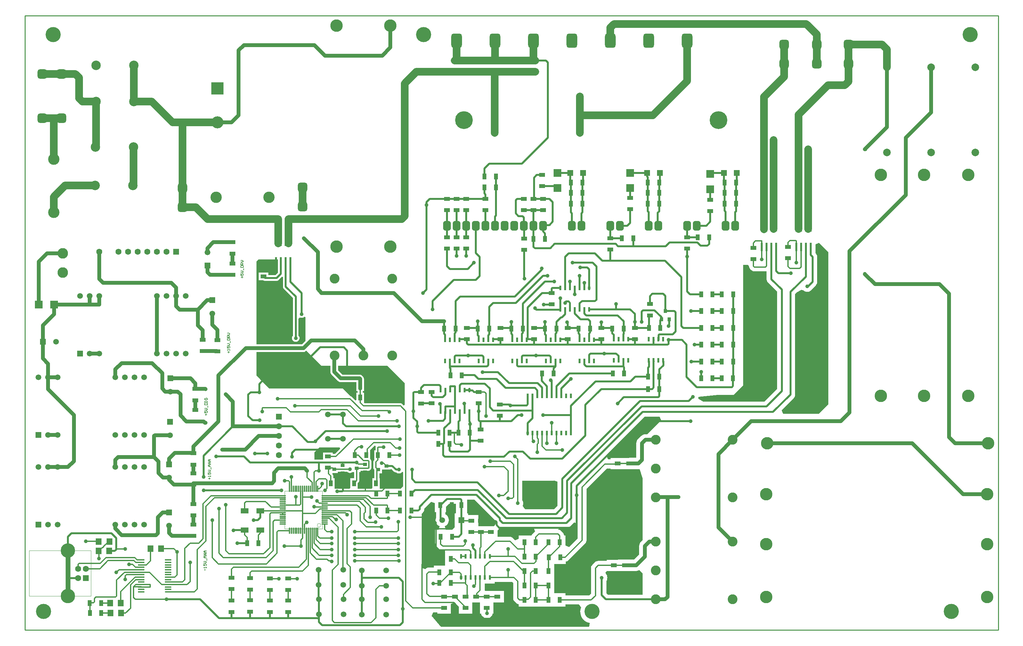
<source format=gtl>
%FSLAX42Y42*%
%MOMM*%
G71*
G01*
G75*
G04 Layer_Physical_Order=1*
G04 Layer_Color=255*
%ADD10R,1.00X1.60*%
%ADD11R,1.60X1.00*%
%ADD12R,1.60X1.80*%
%ADD13R,0.60X2.20*%
%ADD14R,0.60X2.20*%
%ADD15R,0.60X1.20*%
%ADD16R,1.60X1.00*%
%ADD17R,2.00X2.00*%
%ADD18R,1.60X1.60*%
%ADD19R,2.00X2.00*%
%ADD20R,1.00X0.90*%
%ADD21O,0.60X1.20*%
%ADD22R,2.00X1.40*%
%ADD23R,1.00X1.60*%
%ADD24R,0.90X1.00*%
%ADD25R,1.80X0.35*%
%ADD26O,1.80X0.35*%
%ADD27O,0.30X1.80*%
%ADD28O,1.80X0.30*%
%ADD29R,0.60X1.30*%
%ADD30O,0.60X1.30*%
%ADD31C,1.00*%
%ADD32C,0.50*%
%ADD33C,2.00*%
%ADD34C,0.30*%
%ADD35C,1.25*%
%ADD36C,0.35*%
%ADD37C,0.13*%
%ADD38C,0.10*%
%ADD39C,0.25*%
%ADD40C,4.00*%
G04:AMPARAMS|DCode=41|XSize=2.5mm|YSize=2.5mm|CornerRadius=0.63mm|HoleSize=0mm|Usage=FLASHONLY|Rotation=90.000|XOffset=0mm|YOffset=0mm|HoleType=Round|Shape=RoundedRectangle|*
%AMROUNDEDRECTD41*
21,1,2.50,1.25,0,0,90.0*
21,1,1.25,2.50,0,0,90.0*
1,1,1.25,0.63,0.63*
1,1,1.25,0.63,-0.63*
1,1,1.25,-0.63,-0.63*
1,1,1.25,-0.63,0.63*
%
%ADD41ROUNDEDRECTD41*%
G04:AMPARAMS|DCode=42|XSize=2.5mm|YSize=2.5mm|CornerRadius=0.63mm|HoleSize=0mm|Usage=FLASHONLY|Rotation=180.000|XOffset=0mm|YOffset=0mm|HoleType=Round|Shape=RoundedRectangle|*
%AMROUNDEDRECTD42*
21,1,2.50,1.25,0,0,180.0*
21,1,1.25,2.50,0,0,180.0*
1,1,1.25,-0.63,0.63*
1,1,1.25,0.63,0.63*
1,1,1.25,0.63,-0.63*
1,1,1.25,-0.63,-0.63*
%
%ADD42ROUNDEDRECTD42*%
%ADD43C,1.50*%
%ADD44R,1.50X1.50*%
%ADD45R,1.50X1.50*%
%ADD46C,2.50*%
%ADD47C,3.00*%
%ADD48C,2.59*%
%ADD49C,3.30*%
%ADD50C,1.52*%
%ADD51C,3.20*%
%ADD52R,3.20X3.20*%
%ADD53R,1.60X1.60*%
%ADD54C,1.60*%
%ADD55C,3.80*%
%ADD56C,2.80*%
%ADD57C,2.00*%
G04:AMPARAMS|DCode=58|XSize=2mm|YSize=2.5mm|CornerRadius=0.5mm|HoleSize=0mm|Usage=FLASHONLY|Rotation=180.000|XOffset=0mm|YOffset=0mm|HoleType=Round|Shape=RoundedRectangle|*
%AMROUNDEDRECTD58*
21,1,2.00,1.50,0,0,180.0*
21,1,1.00,2.50,0,0,180.0*
1,1,1.00,-0.50,0.75*
1,1,1.00,0.50,0.75*
1,1,1.00,0.50,-0.75*
1,1,1.00,-0.50,-0.75*
%
%ADD58ROUNDEDRECTD58*%
G04:AMPARAMS|DCode=59|XSize=2.8mm|YSize=3.8mm|CornerRadius=0.7mm|HoleSize=0mm|Usage=FLASHONLY|Rotation=180.000|XOffset=0mm|YOffset=0mm|HoleType=Round|Shape=RoundedRectangle|*
%AMROUNDEDRECTD59*
21,1,2.80,2.40,0,0,180.0*
21,1,1.40,3.80,0,0,180.0*
1,1,1.40,-0.70,1.20*
1,1,1.40,0.70,1.20*
1,1,1.40,0.70,-1.20*
1,1,1.40,-0.70,-1.20*
%
%ADD59ROUNDEDRECTD59*%
%ADD60C,4.70*%
%ADD61C,1.27*%
%ADD62C,1.00*%
%ADD63C,1.20*%
G36*
X14936Y39914D02*
X14940Y39883D01*
X14949Y39862D01*
X14953Y39853D01*
X14962Y39842D01*
X14936Y39790D01*
X14898Y39752D01*
X14493D01*
Y40052D01*
X14221D01*
Y40091D01*
X14199D01*
Y40104D01*
X14199D01*
Y40457D01*
X14394D01*
X14936Y39914D01*
D02*
G37*
G36*
X15084Y39727D02*
X15106Y39718D01*
X15138Y39714D01*
X15944D01*
X15976Y39672D01*
X15997Y39621D01*
X15928Y39553D01*
X15909Y39528D01*
X15903Y39513D01*
X15562D01*
Y39423D01*
X15470Y39384D01*
X15413Y39441D01*
X15388Y39460D01*
X15368Y39468D01*
X15360Y39472D01*
X15329Y39476D01*
X15001D01*
Y39633D01*
X15061Y39712D01*
X15084Y39727D01*
X15084Y39727D01*
D02*
G37*
G36*
X16587Y40929D02*
Y40299D01*
X16496Y40207D01*
X15742D01*
X15694Y40247D01*
X15666Y40293D01*
X15671Y40303D01*
X15680Y40331D01*
X15683Y40361D01*
X15680Y40390D01*
X15671Y40418D01*
X15657Y40444D01*
X15651Y40453D01*
Y40958D01*
X16485D01*
X16495Y40968D01*
X16587Y40929D01*
D02*
G37*
G36*
X13899Y40104D02*
D01*
Y40104D01*
X13885Y40091D01*
X13871D01*
Y39741D01*
X13871D01*
Y39729D01*
X13800Y39659D01*
X13634D01*
X13631Y39667D01*
X13609Y39756D01*
X13636Y39770D01*
X13662Y39792D01*
X13684Y39818D01*
X13700Y39849D01*
X13710Y39882D01*
X13714Y39916D01*
X13710Y39950D01*
X13700Y39983D01*
X13684Y40014D01*
X13662Y40040D01*
X13636Y40062D01*
X13625Y40068D01*
Y40131D01*
X13639D01*
Y40273D01*
X13719Y40352D01*
X13899D01*
Y40104D01*
D02*
G37*
G36*
X17115Y39819D02*
Y39432D01*
X16889Y39206D01*
X16797Y39244D01*
Y39513D01*
X16764D01*
X16761Y39530D01*
X16758Y39539D01*
X16750Y39559D01*
X16731Y39584D01*
X16683Y39632D01*
X16658Y39650D01*
X16638Y39659D01*
X16630Y39662D01*
X16599Y39666D01*
X16646Y39714D01*
X16827D01*
X16860Y39718D01*
X16882Y39727D01*
X16891Y39731D01*
X16917Y39751D01*
X17023Y39857D01*
X17115Y39819D01*
D02*
G37*
G36*
X18762Y38587D02*
X18834Y38499D01*
Y37947D01*
X17921D01*
X17881Y37987D01*
Y38310D01*
X17894Y38334D01*
X17902Y38363D01*
X17905Y38392D01*
X17902Y38422D01*
X17894Y38450D01*
X17880Y38476D01*
X17861Y38499D01*
X17859Y38538D01*
X17892Y38570D01*
Y38570D01*
X17892Y38570D01*
X18252D01*
Y38573D01*
X18363D01*
X18370Y38572D01*
X18670D01*
X18699Y38575D01*
X18727Y38584D01*
X18748Y38595D01*
X18762Y38587D01*
D02*
G37*
G36*
X15414Y38254D02*
Y37859D01*
X15418Y37828D01*
X15421Y37820D01*
X15429Y37799D01*
X15448Y37775D01*
X15498Y37725D01*
X15522Y37707D01*
X15537Y37701D01*
X15551Y37695D01*
X15562Y37693D01*
Y37629D01*
X16162D01*
Y37629D01*
X16162D01*
X16162Y37629D01*
X16197D01*
Y37629D01*
X16797D01*
Y37691D01*
X17142D01*
X17161Y37679D01*
X17209Y37608D01*
X17204Y37596D01*
X17193Y37549D01*
X17189Y37500D01*
X17193Y37451D01*
X17204Y37404D01*
X17223Y37359D01*
X17248Y37317D01*
X17280Y37280D01*
X17317Y37248D01*
X17359Y37223D01*
X17404Y37204D01*
X17438Y37196D01*
X17427Y37097D01*
X13500D01*
X13261Y37387D01*
X13303Y37477D01*
X13409D01*
Y37446D01*
X13769D01*
Y37702D01*
X13861Y37740D01*
X13975Y37626D01*
Y37443D01*
X14335D01*
Y37743D01*
X14534D01*
Y37443D01*
X14569D01*
X14571Y37423D01*
X14580Y37395D01*
X14594Y37369D01*
X14613Y37346D01*
X14636Y37327D01*
X14662Y37313D01*
X14690Y37304D01*
X14719Y37302D01*
X14749Y37304D01*
X14777Y37313D01*
X14803Y37327D01*
X14826Y37346D01*
X14845Y37369D01*
X14859Y37395D01*
X14867Y37423D01*
X14869Y37443D01*
X14894D01*
Y37743D01*
X15174D01*
Y38043D01*
X14678D01*
X14660Y38064D01*
Y38240D01*
X14926D01*
Y38281D01*
X15386D01*
X15414Y38254D01*
D02*
G37*
G36*
X17994Y41262D02*
X18471D01*
X18479Y41262D01*
X18730D01*
X18760Y41264D01*
X18834Y41019D01*
Y39380D01*
X18791Y39337D01*
X18772Y39314D01*
X18758Y39288D01*
X18750Y39260D01*
X18747Y39230D01*
Y39013D01*
X18607Y38874D01*
X18370D01*
X18363Y38873D01*
X18190D01*
Y38870D01*
X17892D01*
Y38838D01*
X17663D01*
X17633Y38834D01*
X17624Y38831D01*
X17604Y38823D01*
X17579Y38804D01*
X17506Y38730D01*
X17487Y38705D01*
X17478Y38685D01*
X17475Y38677D01*
X17471Y38646D01*
Y37971D01*
X17427Y37928D01*
X16797D01*
Y37989D01*
X16497D01*
Y38010D01*
X16497D01*
Y38370D01*
D01*
Y38370D01*
X16497Y38370D01*
Y38391D01*
X16497D01*
Y38751D01*
D01*
Y38751D01*
X16504Y38758D01*
X16810D01*
Y38822D01*
X16820Y38824D01*
X16828Y38827D01*
X16849Y38836D01*
X16873Y38854D01*
X17318Y39299D01*
X17337Y39323D01*
X17342Y39338D01*
X17348Y39352D01*
X17352Y39383D01*
Y40743D01*
X17893Y41283D01*
X17994D01*
Y41262D01*
D02*
G37*
G36*
X13339Y40361D02*
Y40131D01*
X13373D01*
Y39976D01*
X13366Y39950D01*
X13362Y39916D01*
X13366Y39882D01*
X13376Y39849D01*
X13392Y39818D01*
X13414Y39792D01*
X13440Y39770D01*
X13467Y39756D01*
X13445Y39667D01*
X13442Y39659D01*
X13349D01*
Y39299D01*
X13364D01*
X13380Y39283D01*
D01*
X13380Y39283D01*
X13384Y39252D01*
X13388Y39243D01*
X13396Y39223D01*
X13415Y39199D01*
X13415Y39199D01*
X13415Y39199D01*
X13415Y39199D01*
X13467Y39146D01*
X13492Y39128D01*
X13506Y39122D01*
X13520Y39116D01*
X13551Y39112D01*
X13614D01*
Y39069D01*
X13614D01*
Y38712D01*
X13314D01*
Y38663D01*
X13183D01*
X13152Y38659D01*
X13138Y38653D01*
X13123Y38647D01*
X13099Y38628D01*
X13090Y38619D01*
X12997Y38657D01*
X12993Y40081D01*
X13030Y40119D01*
X13050Y40145D01*
X13054Y40154D01*
X13063Y40176D01*
X13067Y40208D01*
Y40219D01*
X13247Y40399D01*
X13339Y40361D01*
D02*
G37*
G36*
X11028Y41191D02*
X11049Y41175D01*
X11074Y41165D01*
X11100Y41161D01*
X11126Y41165D01*
X11150Y41175D01*
X11171Y41191D01*
X11171Y41191D01*
X11178Y41189D01*
Y41189D01*
X11178Y41189D01*
X11210D01*
Y41024D01*
X11106D01*
Y40764D01*
X11106D01*
Y40763D01*
X11085Y40742D01*
X10694D01*
Y40764D01*
X10694D01*
Y41024D01*
X10660D01*
Y41082D01*
X10658Y41099D01*
X10654Y41107D01*
X10651Y41115D01*
X10641Y41128D01*
X10633Y41136D01*
X10645Y41164D01*
X10781D01*
Y41193D01*
X11027D01*
X11028Y41191D01*
D02*
G37*
G36*
X21588Y46665D02*
X21622Y46665D01*
X21652Y46634D01*
Y46634D01*
X21652D01*
D01*
X21656Y46604D01*
X21667Y46576D01*
X21686Y46552D01*
X21711Y46527D01*
X21711Y46527D01*
X21735Y46509D01*
X21763Y46497D01*
X21793Y46493D01*
X22085D01*
X22085Y46493D01*
D01*
D01*
D01*
X22085Y46493D01*
X22085Y46493D01*
D01*
X22085Y46493D01*
X22116Y46496D01*
Y46287D01*
X22120Y46254D01*
X22129Y46233D01*
X22133Y46224D01*
X22153Y46198D01*
X22391Y45960D01*
Y43385D01*
X22058Y43052D01*
X20438D01*
X20324Y43113D01*
X20310Y43132D01*
X20315Y43151D01*
X20318Y43180D01*
X20826Y43230D01*
X20826D01*
D01*
X21250Y43230D01*
X21500Y43481D01*
Y46665D01*
X21588D01*
Y46665D01*
D02*
G37*
G36*
X10350Y43993D02*
X10580D01*
Y43840D01*
X10583Y43814D01*
X10593Y43790D01*
X10609Y43769D01*
X10787Y43591D01*
X10808Y43575D01*
X10832Y43565D01*
X10858Y43562D01*
X11268D01*
Y43396D01*
X11269Y43389D01*
Y43329D01*
X11294D01*
X11298Y43325D01*
X11301Y43322D01*
Y43285D01*
X11269D01*
Y43092D01*
X11241Y43081D01*
X11146Y43176D01*
X11133Y43186D01*
X11125Y43189D01*
X11117Y43193D01*
X11112Y43193D01*
X11062Y43243D01*
X10986Y43320D01*
X10909Y43396D01*
X8966D01*
X8725Y43637D01*
X8623Y43739D01*
Y44362D01*
X9868D01*
X9894Y44365D01*
X9918Y44375D01*
X9939Y44391D01*
X9946Y44398D01*
X10350Y43993D01*
D02*
G37*
G36*
X9194Y46596D02*
X9195D01*
Y46463D01*
X9125Y46393D01*
X8944D01*
Y46457D01*
X8684D01*
Y46257D01*
X8809D01*
X8816Y46251D01*
X8822Y46249D01*
X8835Y46244D01*
X8845Y46243D01*
X8854Y46241D01*
X8854Y46241D01*
X9157D01*
X9176Y46244D01*
X9195Y46251D01*
X9210Y46263D01*
X9298Y46351D01*
X9326Y46340D01*
Y46085D01*
X9328Y46066D01*
X9336Y46047D01*
X9348Y46032D01*
X9589Y45790D01*
Y44795D01*
X9577Y44780D01*
X9567Y44756D01*
X9564Y44729D01*
X9567Y44703D01*
X9577Y44679D01*
X9593Y44658D01*
X9614Y44642D01*
X9639Y44632D01*
X9665Y44629D01*
X9691Y44632D01*
X9715Y44642D01*
X9736Y44658D01*
X9752Y44679D01*
X9762Y44703D01*
X9766Y44729D01*
X9762Y44756D01*
X9752Y44780D01*
X9740Y44795D01*
Y45243D01*
X9767Y45277D01*
X9791Y45267D01*
X9817Y45264D01*
X9843Y45267D01*
X9868Y45277D01*
X9888Y45293D01*
X9890Y45296D01*
X9919Y45286D01*
Y44717D01*
Y44656D01*
X9826Y44564D01*
X8623D01*
Y46698D01*
Y46761D01*
X8674Y46812D01*
X9194D01*
Y46596D01*
D02*
G37*
G36*
X23750Y46999D02*
Y42979D01*
X23500Y42727D01*
X22551D01*
X22513Y42820D01*
X22835Y43142D01*
X22835Y43142D01*
X22846Y43156D01*
X22855Y43168D01*
X22860Y43180D01*
X22867Y43198D01*
X22872Y43231D01*
Y45896D01*
X22910Y45934D01*
X23035Y46002D01*
X23080Y45999D01*
X23084Y45994D01*
X23106Y45976D01*
X23133Y45962D01*
X23161Y45953D01*
X23190Y45950D01*
X23220Y45953D01*
X23248Y45962D01*
X23274Y45976D01*
X23297Y45994D01*
X23316Y46017D01*
X23322Y46029D01*
X23419Y46126D01*
X23439Y46152D01*
X23443Y46161D01*
X23452Y46183D01*
X23456Y46215D01*
Y46876D01*
X23456Y46876D01*
X23452Y46905D01*
X23452Y46908D01*
X23439Y46939D01*
X23419Y46965D01*
X23409Y46975D01*
Y47210D01*
X23502Y47248D01*
X23750Y46999D01*
D02*
G37*
G36*
X12510Y43574D02*
X12548Y43536D01*
Y42960D01*
X12520Y42948D01*
X12481Y42987D01*
X12467Y42998D01*
X12459Y43001D01*
X12451Y43004D01*
X12433Y43007D01*
X11484D01*
X11468Y43022D01*
X11469Y43025D01*
X11469D01*
X11469Y43025D01*
Y43285D01*
X11437D01*
Y43322D01*
X11440Y43325D01*
X11444Y43329D01*
X11469D01*
Y43389D01*
X11470Y43396D01*
Y43648D01*
X11466Y43674D01*
X11456Y43698D01*
X11440Y43719D01*
X11425Y43734D01*
X11404Y43750D01*
X11380Y43760D01*
X11354Y43763D01*
X10900D01*
X10782Y43882D01*
Y43993D01*
X12090D01*
X12510Y43574D01*
D02*
G37*
G36*
X12266Y41196D02*
X12266Y41196D01*
X12281Y41184D01*
X12299Y41177D01*
X12319Y41174D01*
X12330D01*
X12345Y41162D01*
X12369Y41152D01*
X12395Y41149D01*
X12421Y41152D01*
X12446Y41162D01*
X12467Y41178D01*
X12477Y41191D01*
X12505Y41182D01*
Y40813D01*
X12484Y40792D01*
X12436Y40745D01*
X12321D01*
Y40742D01*
X12190D01*
Y40745D01*
X11990D01*
Y40742D01*
X11888D01*
Y40764D01*
X11888D01*
Y41024D01*
X11879D01*
Y41155D01*
X11944D01*
Y41256D01*
X11965D01*
Y41256D01*
X12165D01*
Y41257D01*
X12193Y41269D01*
X12266Y41196D01*
D02*
G37*
G36*
X11779Y41871D02*
X11782Y41868D01*
X11777Y41858D01*
X11775Y41853D01*
X11773Y41836D01*
Y41761D01*
X11739D01*
Y41502D01*
X11737Y41501D01*
X11727Y41487D01*
X11723Y41479D01*
X11720Y41470D01*
X11718Y41453D01*
Y41308D01*
X11720Y41290D01*
X11723Y41282D01*
X11727Y41274D01*
X11737Y41260D01*
X11743Y41254D01*
Y41024D01*
X11688D01*
Y40764D01*
X11688D01*
Y40763D01*
X11667Y40742D01*
X11306D01*
Y40764D01*
X11306D01*
Y40898D01*
X11326Y40917D01*
X11337Y40931D01*
X11340Y40940D01*
X11343Y40948D01*
X11346Y40965D01*
Y41189D01*
X11378D01*
Y41220D01*
X11582D01*
X11600Y41222D01*
X11608Y41225D01*
X11616Y41229D01*
X11631Y41240D01*
X11643Y41252D01*
X11654Y41266D01*
X11659Y41278D01*
X11661Y41283D01*
X11663Y41300D01*
Y41478D01*
X11661Y41496D01*
X11659Y41501D01*
X11654Y41512D01*
X11643Y41526D01*
X11631Y41539D01*
X11629Y41540D01*
Y41761D01*
X11629D01*
X11629Y41772D01*
X11750Y41893D01*
X11751D01*
X11779Y41871D01*
D02*
G37*
G36*
X10836Y41806D02*
X10701Y41671D01*
X10646D01*
Y41703D01*
X10386D01*
Y41516D01*
X10160D01*
Y41681D01*
Y41707D01*
X10287Y41834D01*
X10825D01*
X10836Y41806D01*
D02*
G37*
G36*
X19328Y42555D02*
X18960Y42188D01*
X18911D01*
X18881Y42185D01*
X18853Y42177D01*
X18827Y42163D01*
X18804Y42144D01*
X18715Y42055D01*
X18696Y42032D01*
X18682Y42006D01*
X18674Y41978D01*
X18671Y41948D01*
Y41566D01*
X18668Y41563D01*
X18479D01*
X18471Y41562D01*
X17994D01*
Y41521D01*
X17923D01*
X17884Y41613D01*
X18886Y42648D01*
D01*
X19289D01*
X19328Y42555D01*
D02*
G37*
D10*
X8379Y39305D02*
D03*
X8679D02*
D03*
X12721Y40170D02*
D03*
X12421D02*
D03*
X12721Y40615D02*
D03*
X12421D02*
D03*
X12090Y40170D02*
D03*
X11790D02*
D03*
X12090Y40615D02*
D03*
X11790D02*
D03*
X11788Y40894D02*
D03*
X12088D02*
D03*
X10594D02*
D03*
X10894D02*
D03*
X11206D02*
D03*
X11506D02*
D03*
X11839Y41631D02*
D03*
X12139D02*
D03*
X11529D02*
D03*
X11229D02*
D03*
X16012Y38571D02*
D03*
X15712D02*
D03*
X16347Y38190D02*
D03*
X16647D02*
D03*
X16012Y38952D02*
D03*
X15712D02*
D03*
X16347Y38571D02*
D03*
X16647D02*
D03*
X16012Y37809D02*
D03*
X15712D02*
D03*
X16647D02*
D03*
X16347D02*
D03*
X15712Y38190D02*
D03*
X16012D02*
D03*
X16647Y39333D02*
D03*
X16347D02*
D03*
X16660Y38938D02*
D03*
X16360D02*
D03*
X16012Y39333D02*
D03*
X15712D02*
D03*
X13736Y42231D02*
D03*
X13436D02*
D03*
X13736Y41927D02*
D03*
X13436D02*
D03*
X14269Y42231D02*
D03*
X13969D02*
D03*
X13591Y44977D02*
D03*
X13891D02*
D03*
X19279Y43713D02*
D03*
X18979D02*
D03*
X20384Y43663D02*
D03*
X20684D02*
D03*
X20384Y44107D02*
D03*
X20684D02*
D03*
X20384Y44552D02*
D03*
X20684D02*
D03*
X20384Y44996D02*
D03*
X20684D02*
D03*
X20384Y45441D02*
D03*
X20684D02*
D03*
X20384Y45885D02*
D03*
X20684D02*
D03*
X13799Y39479D02*
D03*
X13499D02*
D03*
X13489Y40311D02*
D03*
X13789D02*
D03*
X14958Y48997D02*
D03*
X14658D02*
D03*
X14958Y48717D02*
D03*
X14658D02*
D03*
X13764Y38889D02*
D03*
X13464D02*
D03*
X13464Y38532D02*
D03*
X13764D02*
D03*
X13464Y38254D02*
D03*
X13764D02*
D03*
X11669Y43155D02*
D03*
X11369D02*
D03*
X18976Y48844D02*
D03*
X19276D02*
D03*
X18976Y48565D02*
D03*
X19276D02*
D03*
X18976Y48285D02*
D03*
X19276D02*
D03*
X16944Y48844D02*
D03*
X17244D02*
D03*
X16944Y48565D02*
D03*
X17244D02*
D03*
X16944Y48285D02*
D03*
X17244D02*
D03*
X16254Y47346D02*
D03*
X15954D02*
D03*
X20297Y47396D02*
D03*
X20597D02*
D03*
X18290Y47371D02*
D03*
X18590D02*
D03*
X19306Y44996D02*
D03*
X19006D02*
D03*
X18979Y43383D02*
D03*
X19279D02*
D03*
X14056Y43745D02*
D03*
X13756D02*
D03*
X14780Y44977D02*
D03*
X14480D02*
D03*
X15669D02*
D03*
X15369D02*
D03*
X16182Y43790D02*
D03*
X16482D02*
D03*
X16558Y44977D02*
D03*
X16258D02*
D03*
X17447D02*
D03*
X17147D02*
D03*
X18049Y43796D02*
D03*
X18349D02*
D03*
X18336Y44977D02*
D03*
X18036D02*
D03*
X11369Y43459D02*
D03*
X11669D02*
D03*
X21008Y48844D02*
D03*
X21308D02*
D03*
X21008Y48285D02*
D03*
X21308D02*
D03*
X21008Y48565D02*
D03*
X21308D02*
D03*
X14349Y40310D02*
D03*
X14049D02*
D03*
D11*
X10516Y41303D02*
D03*
Y41603D02*
D03*
X14503Y43305D02*
D03*
Y43005D02*
D03*
X13259D02*
D03*
Y43305D02*
D03*
X8814Y46357D02*
D03*
Y46657D02*
D03*
X6962Y41384D02*
D03*
Y41684D02*
D03*
X6960Y39799D02*
D03*
Y39499D02*
D03*
X7011Y43386D02*
D03*
Y43086D02*
D03*
X7201Y44686D02*
D03*
Y44386D02*
D03*
X14681Y48110D02*
D03*
Y48410D02*
D03*
X18479Y41412D02*
D03*
Y41112D02*
D03*
X18370Y38423D02*
D03*
Y38723D02*
D03*
X18072Y38420D02*
D03*
Y38720D02*
D03*
X14994Y37593D02*
D03*
Y37893D02*
D03*
X14714Y37593D02*
D03*
Y37893D02*
D03*
X14155Y37593D02*
D03*
Y37893D02*
D03*
X13589Y37596D02*
D03*
Y37896D02*
D03*
X14435Y37893D02*
D03*
Y37593D02*
D03*
X13876Y37893D02*
D03*
Y37593D02*
D03*
X21768Y46815D02*
D03*
Y47115D02*
D03*
X22682Y46840D02*
D03*
Y47140D02*
D03*
X16205Y48410D02*
D03*
Y48110D02*
D03*
X15951Y48410D02*
D03*
Y48110D02*
D03*
X14186Y45000D02*
D03*
Y44700D02*
D03*
X15075Y45000D02*
D03*
Y44700D02*
D03*
X14173Y48110D02*
D03*
Y48410D02*
D03*
X15964Y45000D02*
D03*
Y44700D02*
D03*
X16853Y45000D02*
D03*
Y44700D02*
D03*
X13919Y48110D02*
D03*
Y48410D02*
D03*
X17742Y45000D02*
D03*
Y44700D02*
D03*
X15697Y48410D02*
D03*
Y48110D02*
D03*
X18631Y45000D02*
D03*
Y44700D02*
D03*
X13665Y48110D02*
D03*
Y48410D02*
D03*
X14566Y39602D02*
D03*
Y39902D02*
D03*
X9462Y38071D02*
D03*
Y38371D02*
D03*
X8980Y38071D02*
D03*
Y38371D02*
D03*
X8456Y38083D02*
D03*
Y38383D02*
D03*
X7964Y38096D02*
D03*
Y38396D02*
D03*
X16180Y48745D02*
D03*
Y49045D02*
D03*
X18504Y48435D02*
D03*
Y48135D02*
D03*
X14376Y51768D02*
D03*
Y52068D02*
D03*
X14910Y51768D02*
D03*
Y52068D02*
D03*
X15469Y51768D02*
D03*
Y52068D02*
D03*
X16002Y51768D02*
D03*
Y52068D02*
D03*
X13868Y51768D02*
D03*
Y52068D02*
D03*
X19029Y45629D02*
D03*
Y45329D02*
D03*
X20015Y47094D02*
D03*
Y47394D02*
D03*
X14173Y47094D02*
D03*
Y47394D02*
D03*
X17983Y47069D02*
D03*
Y47369D02*
D03*
X13919Y47094D02*
D03*
Y47394D02*
D03*
X15703Y47060D02*
D03*
Y47360D02*
D03*
X13665Y47094D02*
D03*
Y47394D02*
D03*
X7988Y46398D02*
D03*
Y46698D02*
D03*
X14312Y39902D02*
D03*
Y39602D02*
D03*
X14821Y39902D02*
D03*
Y39602D02*
D03*
X14554Y42314D02*
D03*
Y42014D02*
D03*
X16434Y45921D02*
D03*
Y45621D02*
D03*
X15062Y42674D02*
D03*
Y42974D02*
D03*
X18174Y41112D02*
D03*
Y41412D02*
D03*
X20625Y48385D02*
D03*
Y48085D02*
D03*
D12*
X5047Y37459D02*
D03*
X4767D02*
D03*
X5034Y37725D02*
D03*
X4754D02*
D03*
X4734Y39104D02*
D03*
X4454D02*
D03*
X6101Y39164D02*
D03*
X5821D02*
D03*
X4737Y39345D02*
D03*
X4457D02*
D03*
D13*
X9401Y47276D02*
D03*
X9274D02*
D03*
X9147D02*
D03*
X9528Y46756D02*
D03*
X9401D02*
D03*
X9274D02*
D03*
X9147D02*
D03*
X23152Y47656D02*
D03*
X23025D02*
D03*
X22898D02*
D03*
X23279Y47136D02*
D03*
X23152D02*
D03*
X23025D02*
D03*
X22898D02*
D03*
X21988Y47142D02*
D03*
X22115D02*
D03*
X22242D02*
D03*
X22369D02*
D03*
X21988Y47662D02*
D03*
X22115D02*
D03*
X22242D02*
D03*
D14*
X9528Y47276D02*
D03*
X23279Y47656D02*
D03*
X22369Y47662D02*
D03*
D15*
X18326Y44698D02*
D03*
X18453D02*
D03*
X18072D02*
D03*
X18199D02*
D03*
X18453Y44138D02*
D03*
X18326D02*
D03*
X18199D02*
D03*
X18072D02*
D03*
X17424Y44685D02*
D03*
X17551D02*
D03*
X17170D02*
D03*
X17297D02*
D03*
X17551Y44125D02*
D03*
X17424D02*
D03*
X17297D02*
D03*
X17170D02*
D03*
X16535Y44685D02*
D03*
X16662D02*
D03*
X16281D02*
D03*
X16408D02*
D03*
X16662Y44125D02*
D03*
X16535D02*
D03*
X16408D02*
D03*
X16281D02*
D03*
X15646Y44685D02*
D03*
X15773D02*
D03*
X15392D02*
D03*
X15519D02*
D03*
X15773Y44125D02*
D03*
X15646D02*
D03*
X15519D02*
D03*
X15392D02*
D03*
X14757Y44685D02*
D03*
X14884D02*
D03*
X14503D02*
D03*
X14630D02*
D03*
X14884Y44125D02*
D03*
X14757D02*
D03*
X14630D02*
D03*
X14503D02*
D03*
X13868Y44685D02*
D03*
X13995D02*
D03*
X13614D02*
D03*
X13741D02*
D03*
X13995Y44125D02*
D03*
X13868D02*
D03*
X13741D02*
D03*
X13614D02*
D03*
X16662Y46051D02*
D03*
X16789D02*
D03*
X16916D02*
D03*
X17043D02*
D03*
X17297D02*
D03*
X17170D02*
D03*
X17043Y45491D02*
D03*
X16916D02*
D03*
X16789D02*
D03*
X16662D02*
D03*
X17424D02*
D03*
X17297D02*
D03*
X17170D02*
D03*
X14288Y38960D02*
D03*
Y38400D02*
D03*
X14160Y38960D02*
D03*
X14034D02*
D03*
X14796D02*
D03*
X14668D02*
D03*
X14541D02*
D03*
X14415D02*
D03*
X14160Y38400D02*
D03*
X14415D02*
D03*
X14541D02*
D03*
X14668D02*
D03*
X14796D02*
D03*
X14002Y42790D02*
D03*
Y43350D02*
D03*
X14129Y42790D02*
D03*
X14256D02*
D03*
X13494D02*
D03*
X13621D02*
D03*
X13748D02*
D03*
X13875D02*
D03*
X14129Y43350D02*
D03*
X13875D02*
D03*
X13748D02*
D03*
X13621D02*
D03*
X13494D02*
D03*
X19380Y44704D02*
D03*
X19253D02*
D03*
X19126D02*
D03*
X18999D02*
D03*
X19253Y44144D02*
D03*
X19380D02*
D03*
X18999D02*
D03*
X19126D02*
D03*
D16*
X6962Y40340D02*
D03*
Y40040D02*
D03*
X7591Y44374D02*
D03*
Y44674D02*
D03*
X7011Y42825D02*
D03*
Y42525D02*
D03*
X8980Y37789D02*
D03*
Y37489D02*
D03*
X8456Y37797D02*
D03*
Y37497D02*
D03*
X7964Y37789D02*
D03*
Y37489D02*
D03*
X7988Y46961D02*
D03*
Y47261D02*
D03*
X12979Y43302D02*
D03*
Y43002D02*
D03*
X6962Y40853D02*
D03*
Y41153D02*
D03*
X9462Y37489D02*
D03*
Y37789D02*
D03*
D17*
X3273Y45618D02*
D03*
X2873D02*
D03*
D18*
X18956Y49098D02*
D03*
X19293D02*
D03*
X16924D02*
D03*
X17261D02*
D03*
X20988D02*
D03*
X21325D02*
D03*
X4112Y38383D02*
D03*
X6502Y47015D02*
D03*
D19*
X18504Y49092D02*
D03*
Y48692D02*
D03*
X16586Y49098D02*
D03*
Y48698D02*
D03*
X20625Y49066D02*
D03*
Y48666D02*
D03*
D20*
X10902Y41360D02*
D03*
Y41157D02*
D03*
X10681Y41259D02*
D03*
X11499Y41386D02*
D03*
Y41182D02*
D03*
X11278Y41284D02*
D03*
X12065Y41351D02*
D03*
Y41148D02*
D03*
X11844Y41250D02*
D03*
D21*
X17424Y46051D02*
D03*
X14034Y38400D02*
D03*
X14256Y43350D02*
D03*
D22*
X8729Y39653D02*
D03*
X8317D02*
D03*
X8729Y40161D02*
D03*
X8317D02*
D03*
D23*
X20932Y45441D02*
D03*
X21232D02*
D03*
X20932Y45885D02*
D03*
X21232D02*
D03*
X20932Y44552D02*
D03*
X21232D02*
D03*
X20932Y44996D02*
D03*
X21232D02*
D03*
X20927Y43663D02*
D03*
X21227D02*
D03*
X20932Y44107D02*
D03*
X21232D02*
D03*
X4520Y37722D02*
D03*
X4220D02*
D03*
X4521Y37465D02*
D03*
X4221D02*
D03*
D24*
X19537Y45227D02*
D03*
X19334D02*
D03*
X19435Y45448D02*
D03*
D25*
X5582Y38475D02*
D03*
X6287D02*
D03*
X5582Y38020D02*
D03*
Y38085D02*
D03*
Y38150D02*
D03*
Y38215D02*
D03*
Y38280D02*
D03*
Y38345D02*
D03*
Y38410D02*
D03*
Y38540D02*
D03*
Y38605D02*
D03*
Y38670D02*
D03*
Y38735D02*
D03*
Y38800D02*
D03*
Y38865D02*
D03*
X6287Y38410D02*
D03*
Y38345D02*
D03*
Y38280D02*
D03*
Y38215D02*
D03*
Y38150D02*
D03*
Y38085D02*
D03*
Y38865D02*
D03*
Y38800D02*
D03*
Y38735D02*
D03*
Y38670D02*
D03*
Y38605D02*
D03*
Y38540D02*
D03*
D26*
Y38020D02*
D03*
D27*
X10248Y39633D02*
D03*
X10198D02*
D03*
X10148D02*
D03*
X10098D02*
D03*
X10048D02*
D03*
X9998D02*
D03*
X9948D02*
D03*
X9898D02*
D03*
X9848D02*
D03*
X9798D02*
D03*
X9748D02*
D03*
X9698D02*
D03*
X9648D02*
D03*
X9598D02*
D03*
X9548D02*
D03*
X9498D02*
D03*
Y40743D02*
D03*
X9548D02*
D03*
X9598D02*
D03*
X9648D02*
D03*
X9698D02*
D03*
X9748D02*
D03*
X9798D02*
D03*
X9848D02*
D03*
X9898D02*
D03*
X9948D02*
D03*
X9998D02*
D03*
X10048D02*
D03*
X10098D02*
D03*
X10148D02*
D03*
X10198D02*
D03*
X10248D02*
D03*
D28*
X9318Y39813D02*
D03*
Y39863D02*
D03*
Y39913D02*
D03*
Y39963D02*
D03*
Y40013D02*
D03*
Y40063D02*
D03*
Y40113D02*
D03*
Y40163D02*
D03*
Y40213D02*
D03*
Y40263D02*
D03*
Y40313D02*
D03*
Y40363D02*
D03*
Y40413D02*
D03*
Y40463D02*
D03*
Y40513D02*
D03*
Y40563D02*
D03*
X10428D02*
D03*
Y40513D02*
D03*
Y40463D02*
D03*
Y40413D02*
D03*
Y40363D02*
D03*
Y40313D02*
D03*
Y40263D02*
D03*
Y40213D02*
D03*
Y40163D02*
D03*
Y40113D02*
D03*
Y40063D02*
D03*
Y40013D02*
D03*
Y39963D02*
D03*
Y39913D02*
D03*
Y39863D02*
D03*
Y39813D02*
D03*
D29*
X16307Y43205D02*
D03*
Y42215D02*
D03*
X15799Y43205D02*
D03*
X15926D02*
D03*
X16053D02*
D03*
X16180D02*
D03*
X16434D02*
D03*
X16561D02*
D03*
X16688D02*
D03*
X16815D02*
D03*
X16942D02*
D03*
X16180Y42215D02*
D03*
X16053D02*
D03*
X15926D02*
D03*
X16942D02*
D03*
X16815D02*
D03*
X16688D02*
D03*
X16561D02*
D03*
X16434D02*
D03*
D30*
X15799D02*
D03*
D31*
X13005Y45174D02*
X13589D01*
X12256Y45923D02*
X13005Y45174D01*
X10350Y45923D02*
X12256D01*
X10249Y46025D02*
X10350Y45923D01*
X10249Y46025D02*
Y47003D01*
X9881Y47371D02*
X10249Y47003D01*
X5994Y45174D02*
Y45847D01*
Y44323D02*
Y45174D01*
X9906Y41288D02*
X9969Y41224D01*
X9207Y41288D02*
X9906D01*
X9093Y41173D02*
X9207Y41288D01*
X9093Y40945D02*
Y41173D01*
X9042Y40894D02*
X9093Y40945D01*
X6962Y40340D02*
Y40894D01*
X7234Y42525D02*
X7264Y42494D01*
X7277D01*
X7011Y42525D02*
X7234D01*
X7274Y43386D02*
X7277Y43383D01*
X7011Y43386D02*
X7274D01*
X8687Y42139D02*
X9220D01*
X8331Y41783D02*
X8687Y42139D01*
X7722Y41783D02*
X8331D01*
X8001Y42393D02*
X9220D01*
X6777Y42525D02*
X7011D01*
X6617Y42685D02*
X6777Y42525D01*
X6617Y42685D02*
Y43243D01*
X6548Y43313D02*
X6617Y43243D01*
X6350Y43313D02*
X6548D01*
X11369Y43396D02*
Y43648D01*
X11354Y43663D02*
X11369Y43648D01*
X10858Y43663D02*
X11354D01*
X10681Y43840D02*
X10858Y43663D01*
X10681Y43840D02*
Y44260D01*
X10693Y44272D01*
X19495Y40526D02*
X19787D01*
X19195D02*
X19495D01*
X19183Y40514D02*
X19195Y40526D01*
X18479Y41412D02*
X18730D01*
X18670Y38723D02*
X18898Y38951D01*
X19012Y39345D02*
X19183D01*
X18898Y39230D02*
X19012Y39345D01*
X18898Y38951D02*
Y39230D01*
X18370Y38723D02*
X18670D01*
X5918Y41580D02*
Y42140D01*
X5941Y42162D01*
X6338D01*
X6154Y41039D02*
X6312D01*
X6033Y41161D02*
X6154Y41039D01*
X6312Y40982D02*
Y41039D01*
Y40982D02*
X6442Y40853D01*
X6962D01*
X6312Y39577D02*
Y39772D01*
Y39577D02*
X6390Y39499D01*
X6960D01*
Y39799D02*
X6962Y39802D01*
Y40040D01*
Y41153D02*
Y41384D01*
X6149Y40122D02*
X6312D01*
X6020Y39992D02*
X6149Y40122D01*
X6020Y39573D02*
Y39992D01*
X5969Y39522D02*
X6020Y39573D01*
X5066Y39522D02*
X5969D01*
X4896Y39693D02*
X5066Y39522D01*
X4896Y39693D02*
Y39801D01*
X6033Y41161D02*
Y41465D01*
X5918Y41580D02*
X6033Y41465D01*
X4967Y41580D02*
X5918D01*
X4896Y41509D02*
X4967Y41580D01*
X4896Y41325D02*
Y41509D01*
X7011Y42825D02*
Y43086D01*
Y43386D02*
Y43535D01*
X6883Y43663D02*
X7011Y43535D01*
X6350Y43663D02*
X6883D01*
X6217Y43313D02*
X6350D01*
X6134Y43396D02*
X6217Y43313D01*
X6134Y43396D02*
Y43802D01*
X5867Y44069D02*
X6134Y43802D01*
X5059Y44069D02*
X5867D01*
X4896Y43906D02*
X5059Y44069D01*
X4896Y43696D02*
Y43906D01*
X3118Y43377D02*
Y43696D01*
Y43377D02*
X3797Y42697D01*
Y41478D02*
Y42697D01*
X3644Y41325D02*
X3797Y41478D01*
X3118Y41325D02*
X3644D01*
X7328Y46471D02*
X7401Y46398D01*
X7328Y46471D02*
Y46647D01*
X7401Y46398D02*
X7988D01*
Y46698D02*
Y46961D01*
X7485Y47261D02*
X7988D01*
X7328Y47104D02*
X7485Y47261D01*
X7328Y46997D02*
Y47104D01*
X4470Y46292D02*
X4572Y46190D01*
X4470Y46292D02*
Y47015D01*
X4572Y46190D02*
X6375D01*
X6502Y46063D01*
Y45847D02*
Y46063D01*
X7074Y45060D02*
Y45479D01*
Y45060D02*
X7201Y44933D01*
Y44686D02*
Y44933D01*
Y44386D02*
X7579D01*
X7591Y44374D01*
Y44674D02*
Y44948D01*
X7455Y45085D02*
X7591Y44948D01*
X7455Y45085D02*
Y45380D01*
X7325Y45730D02*
X7455D01*
X7074Y45479D02*
X7325Y45730D01*
X6502Y45568D02*
X6591Y45479D01*
X6502Y45568D02*
Y45847D01*
X4216Y44323D02*
X4470D01*
X3118Y42172D02*
X3372D01*
X3118Y43696D02*
X3372D01*
X3118D02*
Y44050D01*
X2977Y44190D02*
X3118Y44050D01*
X2977Y44190D02*
Y44628D01*
Y45065D01*
X3273Y45361D01*
Y45618D01*
X4216D01*
Y45847D01*
Y45618D02*
X4470D01*
Y45847D01*
X2873Y45618D02*
Y46752D01*
X3086Y46965D01*
X3505D01*
X6591Y45479D02*
X6921D01*
X7074D01*
X7595Y50433D02*
X7596Y50432D01*
X7963D01*
X8153Y50622D01*
Y52337D01*
X8293Y52476D01*
X10160D01*
X10439Y52197D01*
X11951D02*
X12166Y52412D01*
Y52990D01*
X10439Y52197D02*
X11951D01*
X24714Y46418D02*
X24981Y46152D01*
X22129Y41949D02*
X25971D01*
X27317Y40602D02*
X27945D01*
X25971Y41949D02*
X27317Y40602D01*
X20841Y39719D02*
X21215Y39345D01*
X20841Y39719D02*
Y41663D01*
X21215Y42038D01*
X26467Y50698D02*
Y51887D01*
X25794Y48514D02*
Y50025D01*
X24308Y47028D02*
X25794Y48514D01*
X24308Y42761D02*
Y47028D01*
X24079Y42532D02*
X24308Y42761D01*
X21710Y42532D02*
X24079D01*
X21215Y42038D02*
X21710Y42532D01*
X25794Y50025D02*
X26467Y50698D01*
X24981Y46152D02*
X26683D01*
X26937Y45898D01*
Y42113D02*
Y45898D01*
Y42113D02*
X27101Y41949D01*
X27971D01*
X19126Y37821D02*
X19432D01*
X19495Y37884D01*
Y40526D01*
X18730Y41412D02*
X18821Y41504D01*
Y41948D01*
X18911Y42038D01*
X19183D01*
X6962Y40894D02*
X9042D01*
X25298Y50305D02*
Y51887D01*
X7811Y43243D02*
X8001Y43053D01*
Y42393D02*
Y43053D01*
X6962Y41684D02*
Y41861D01*
X7620Y42520D01*
Y43739D01*
X8344Y44463D01*
X9868D01*
X10071Y44666D01*
X11227D01*
X11455Y44437D01*
Y44272D02*
Y44437D01*
X6312Y41389D02*
Y41542D01*
X6464Y41694D01*
X6952D01*
X6962Y41684D01*
X24714Y49720D02*
X25298Y50305D01*
D32*
X9817Y45364D02*
Y45923D01*
X9528Y46212D02*
X9817Y45923D01*
X9528Y46212D02*
Y46756D01*
X11669Y43459D02*
Y43703D01*
X11481Y43891D02*
X11669Y43703D01*
X11062Y43891D02*
X11481D01*
X11024Y43929D02*
X11062Y43891D01*
X11024Y43929D02*
Y44399D01*
X10935Y44488D02*
X11024Y44399D01*
X10312Y44488D02*
X10935D01*
X10058Y44234D02*
X10312Y44488D01*
X8750Y44234D02*
X10058D01*
X8700Y44183D02*
X8750Y44234D01*
X8700Y43961D02*
Y44183D01*
Y43961D02*
X8839Y43821D01*
Y43656D02*
Y43821D01*
X8700Y43517D02*
X8839Y43656D01*
X8700Y43294D02*
Y43517D01*
X18809Y42532D02*
X20104D01*
X17094Y40818D02*
X18809Y42532D01*
X17094Y40577D02*
Y40818D01*
X19126Y44669D02*
X19130Y44673D01*
X7226Y41618D02*
X8001Y42393D01*
X3641Y38392D02*
X3649Y38383D01*
X3912D01*
X4915Y39141D02*
Y39446D01*
X4788Y39573D02*
X4915Y39446D01*
X4734Y39104D02*
X4878D01*
X4915Y39141D01*
X3734Y39573D02*
X4788D01*
X3641Y39480D02*
X3734Y39573D01*
X3641Y39110D02*
Y39480D01*
X10897Y41440D02*
X11278D01*
X16434Y43205D02*
Y43599D01*
X16421Y43612D02*
X16434Y43599D01*
X16408Y43612D02*
X16421D01*
X14566Y40081D02*
X14567Y40081D01*
X14566Y39902D02*
Y40081D01*
X17094Y39827D02*
Y40577D01*
X10894Y40894D02*
X10909Y40879D01*
Y40691D02*
Y40879D01*
X10693Y41783D02*
X10706Y41770D01*
X9652Y41783D02*
X10693D01*
X9563Y41694D02*
X9652Y41783D01*
X9563Y41592D02*
Y41694D01*
X8458Y41440D02*
X10274D01*
X8293Y41605D02*
X8458Y41440D01*
X10274D02*
X10897D01*
X10274Y41224D02*
Y41440D01*
X7557Y41605D02*
X8293D01*
X11669Y43155D02*
Y43459D01*
X12878Y42253D02*
Y42393D01*
Y42253D02*
X12899Y42231D01*
X13436D01*
X10998Y42393D02*
X12395D01*
X10914Y42477D02*
X10998Y42393D01*
X10914Y42477D02*
Y42714D01*
X16205Y42697D02*
X16942D01*
Y42215D02*
Y42697D01*
X12776Y42621D02*
X12878Y42520D01*
X12776Y42621D02*
Y42799D01*
X12878Y42393D02*
Y42520D01*
X10452Y42266D02*
X12078D01*
X10185Y41999D02*
X10452Y42266D01*
X7226Y40704D02*
X9284D01*
X7226Y41059D02*
Y41618D01*
X11410Y38367D02*
Y38584D01*
Y38184D02*
Y38367D01*
Y37822D02*
Y38184D01*
Y37422D02*
Y37822D01*
X10276Y37424D02*
Y37824D01*
X10273Y37827D02*
X10276Y37824D01*
X10273Y37827D02*
Y38203D01*
Y38603D01*
X9401Y46085D02*
X9665Y45822D01*
X9081Y44704D02*
Y46114D01*
X9401Y46085D02*
Y46756D01*
X9665Y44729D02*
Y45822D01*
X8407Y42672D02*
X8522Y42558D01*
X8407Y42672D02*
Y43231D01*
X8585Y41681D02*
X8915D01*
X8522Y42558D02*
X8712D01*
X8407Y43231D02*
X8471Y43294D01*
X8700D01*
X9081Y46457D02*
Y46469D01*
X9147Y46536D01*
Y46756D01*
X8014Y39649D02*
X8017Y39653D01*
X8317D01*
X8547Y39916D02*
X8661D01*
X8729Y39984D01*
Y40161D01*
X16980Y39713D02*
X17094Y39827D01*
X15049Y39713D02*
X16980D01*
X14973Y39789D02*
X15049Y39713D01*
X14973Y39789D02*
Y39865D01*
X14948Y39891D02*
X14973Y39865D01*
X14832Y39891D02*
X14948D01*
X14821Y39902D02*
X14832Y39891D01*
X14566Y39902D02*
X14821D01*
X12217Y41351D02*
X12319Y41250D01*
X12395D01*
X23190Y46101D02*
X23216D01*
X23330Y46215D01*
Y46876D01*
X23279Y46927D02*
X23330Y46876D01*
X23279Y46927D02*
Y47136D01*
X18174Y43002D02*
X18339Y43167D01*
X12975Y43307D02*
X12979Y43302D01*
X12802Y43307D02*
X12975D01*
X12776Y43282D02*
X12802Y43307D01*
X12776Y42799D02*
Y43282D01*
X14503Y42799D02*
Y43005D01*
X13868Y42926D02*
X13875Y42919D01*
Y43350D01*
Y42790D02*
Y42919D01*
X13627Y42926D02*
X13868D01*
X14129Y42790D02*
Y42995D01*
X14122Y43002D02*
X14129Y42995D01*
X13475Y42989D02*
X13494Y42970D01*
Y42790D02*
Y42970D01*
X13621Y42920D02*
X13627Y42926D01*
X13621Y42790D02*
Y42920D01*
X15799Y42977D02*
Y43205D01*
X15773Y42951D02*
X15799Y42977D01*
X15342Y42951D02*
X15773D01*
X10514Y42064D02*
X10914D01*
X14275Y42456D02*
Y42507D01*
X9576Y42393D02*
X9982Y41986D01*
X10185Y41999D02*
X10198Y41986D01*
X9220Y42393D02*
X9576D01*
X8115Y39307D02*
X8117Y39305D01*
X8379D01*
X13667Y40478D02*
X14018D01*
X13499Y40311D02*
X13667Y40478D01*
X14018D02*
X14046Y40451D01*
Y39916D02*
Y40451D01*
X13499Y39955D02*
Y40311D01*
X13779Y39929D02*
Y40311D01*
X13436Y41927D02*
X13567D01*
X13856Y42231D02*
X13969D01*
X13736D02*
X13856D01*
X13614Y42783D02*
X13621Y42790D01*
X13614Y42596D02*
Y42783D01*
X13564Y42545D02*
X13614Y42596D01*
X13170Y42545D02*
X13564D01*
X13748Y42501D02*
Y42790D01*
X13589Y42342D02*
X13748Y42501D01*
X13589Y41961D02*
Y42342D01*
X15926Y42608D02*
Y43066D01*
X16053Y43205D02*
Y43345D01*
X15989Y43409D02*
X16053Y43345D01*
X15215Y43409D02*
X15989D01*
X14973Y43650D02*
X15215Y43409D01*
X14491Y43650D02*
X14973D01*
X14389Y43752D02*
X14491Y43650D01*
X14063Y43752D02*
X14389D01*
X14056Y43745D02*
X14063Y43752D01*
X16180Y43205D02*
Y43421D01*
X16065Y43536D02*
X16180Y43421D01*
X15304Y43536D02*
X16065D01*
X15011Y43828D02*
X15304Y43536D01*
X14605Y43828D02*
X15011D01*
X14351Y39180D02*
Y39256D01*
Y39180D02*
X14415Y39116D01*
Y38960D02*
Y39116D01*
X13741Y43942D02*
Y43980D01*
Y43942D02*
X13756Y43927D01*
Y43745D02*
Y43927D01*
X13056Y43485D02*
X13462D01*
X13494Y43350D02*
Y43452D01*
X13462Y43485D02*
X13494Y43452D01*
X13297Y43167D02*
X13551D01*
X13875Y43350D02*
Y43452D01*
X13868Y43459D02*
X13875Y43452D01*
X13754Y43459D02*
X13868D01*
X13748Y43454D02*
X13754Y43459D01*
X13748Y43350D02*
Y43454D01*
X14338Y43345D02*
X14379Y43305D01*
X14261Y43345D02*
X14338D01*
X14256Y43350D02*
X14261Y43345D01*
X15799Y42482D02*
X15926Y42608D01*
X16307Y43205D02*
Y43459D01*
X16561Y43205D02*
Y43459D01*
X12979Y43409D02*
X13056Y43485D01*
X12979Y43302D02*
Y43409D01*
X10514Y42714D02*
X10914D01*
X14129Y43350D02*
X14256D01*
X12979Y43002D02*
X12982Y43005D01*
X13259D01*
Y43205D02*
X13297Y43167D01*
X13551D02*
X13621Y43238D01*
X13259Y43205D02*
Y43305D01*
X13621Y43238D02*
Y43350D01*
X13567Y41927D02*
X13589Y41948D01*
X13969Y42231D02*
X13970Y42232D01*
Y42227D02*
Y42520D01*
X14002Y42552D01*
Y42790D01*
X14269Y42231D02*
X14275Y42237D01*
X14256Y42525D02*
X14275Y42507D01*
X14256Y42525D02*
Y42790D01*
X8814Y46657D02*
Y46723D01*
X8846Y46756D01*
X9147D01*
X15799Y42215D02*
Y42482D01*
X16688Y43396D02*
X16942Y43650D01*
X16688Y43205D02*
Y43396D01*
X16561Y43459D02*
X16897Y43796D01*
X18049D01*
X16167Y43774D02*
X16182Y43790D01*
X16167Y43599D02*
Y43774D01*
Y43599D02*
X16307Y43459D01*
X14046Y39549D02*
Y39916D01*
X13975Y39479D02*
X14046Y39549D01*
X13799Y39479D02*
X13975D01*
X13499Y39955D02*
X13538Y39916D01*
X21232Y45441D02*
Y45885D01*
Y44996D02*
Y45441D01*
Y44552D02*
Y44996D01*
Y44107D02*
Y44552D01*
Y43667D02*
Y44107D01*
X21227Y43663D02*
X21232Y43667D01*
X20684Y45885D02*
X20932D01*
X20684Y45441D02*
X20932D01*
X20684Y44996D02*
X20932D01*
X20684Y44552D02*
X20932D01*
X20701Y44107D02*
X20932D01*
X20684Y43663D02*
X20927D01*
X13591Y44842D02*
Y44977D01*
Y44842D02*
X13614Y44819D01*
Y44685D02*
Y44819D01*
X13891Y44879D02*
Y44977D01*
X13868Y44856D02*
X13891Y44879D01*
X13868Y44685D02*
Y44856D01*
X14010Y44700D02*
X14186D01*
X13995Y44685D02*
X14010Y44700D01*
X14480Y44804D02*
Y44977D01*
Y44804D02*
X14503Y44781D01*
Y44685D02*
Y44781D01*
X14186Y45000D02*
X14457D01*
X14480Y44977D01*
X14780Y44828D02*
Y44977D01*
X14757Y44805D02*
X14780Y44828D01*
X14757Y44685D02*
Y44805D01*
X15075Y45000D02*
X15346D01*
X15369Y44977D01*
Y44842D02*
Y44977D01*
Y44842D02*
X15392Y44819D01*
Y44685D02*
Y44819D01*
X15669Y44866D02*
Y44977D01*
X15646Y44843D02*
X15669Y44866D01*
X15646Y44685D02*
Y44843D01*
X15964Y45000D02*
X16235D01*
X16258Y44977D01*
Y44829D02*
X16281Y44806D01*
Y44685D02*
Y44806D01*
X16258Y44829D02*
Y44977D01*
X16558Y44866D02*
Y44977D01*
X16535Y44843D02*
X16558Y44866D01*
X16535Y44685D02*
Y44843D01*
X16853Y45000D02*
X17124D01*
X17147Y44977D01*
Y44854D02*
Y44977D01*
Y44854D02*
X17170Y44831D01*
Y44685D02*
Y44831D01*
X17447Y44879D02*
Y44977D01*
X17424Y44856D02*
X17447Y44879D01*
X17424Y44685D02*
Y44856D01*
X17727Y44685D02*
X17742Y44700D01*
X17551Y44685D02*
X17727D01*
X16677Y44700D02*
X16853D01*
X16662Y44685D02*
X16677Y44700D01*
X15788D02*
X15964D01*
X15773Y44685D02*
X15788Y44700D01*
X14899D02*
X15075D01*
X14884Y44685D02*
X14899Y44700D01*
X17742Y45000D02*
X18013D01*
X18036Y44977D01*
Y44854D02*
Y44977D01*
Y44854D02*
X18072Y44819D01*
Y44698D02*
Y44819D01*
X18326Y44831D02*
X18336Y44841D01*
X18326Y44698D02*
Y44831D01*
X18326Y44698D02*
X18326Y44698D01*
X18336Y44841D02*
Y44977D01*
X19002Y45000D02*
X19006Y44996D01*
X18455Y44700D02*
X18631D01*
X18453Y44698D02*
X18455Y44700D01*
X18631D02*
X18690D01*
X19306Y44996D02*
Y45199D01*
X19334Y45227D01*
X19006Y44996D02*
Y45306D01*
X19029Y45329D01*
X18326Y43980D02*
Y44138D01*
Y43980D02*
X18349Y43957D01*
Y43796D02*
Y43957D01*
X17424Y44125D02*
Y44285D01*
X17462Y44323D01*
X18136D01*
X18199Y44260D01*
Y44138D02*
Y44260D01*
X16482Y43790D02*
Y43927D01*
X16535Y43980D01*
Y44125D01*
X15646D02*
Y44246D01*
X15672Y44272D01*
X16370D01*
X16408Y44234D01*
Y44125D02*
Y44234D01*
X15519Y44006D02*
Y44125D01*
Y44006D02*
X15545Y43980D01*
X16535D01*
X17297Y44031D02*
Y44125D01*
Y44031D02*
X17348Y43980D01*
X18326D01*
X13868Y44125D02*
Y44246D01*
X13894Y44272D01*
X14592D01*
X14630Y44234D01*
Y44125D02*
Y44234D01*
X14757Y44018D02*
Y44125D01*
X14719Y43980D02*
X14757Y44018D01*
X13741Y43980D02*
Y44125D01*
Y43980D02*
X14719D01*
X19257Y44673D02*
Y44809D01*
X19279Y44831D01*
X19634D01*
X19710Y44907D01*
Y45415D01*
X19678Y45448D02*
X19710Y45415D01*
X19435Y45448D02*
X19678D01*
X18336Y44977D02*
Y45171D01*
X18181Y45326D02*
X18336Y45171D01*
X17348Y45326D02*
X18181D01*
X17297Y45377D02*
X17348Y45326D01*
X17297Y45377D02*
Y45491D01*
X17447Y44977D02*
Y45177D01*
X17399Y45225D02*
X17447Y45177D01*
X17196Y45225D02*
X17399D01*
X17043Y45377D02*
X17196Y45225D01*
X17043Y45377D02*
Y45491D01*
X16558Y44977D02*
Y45158D01*
X16675Y45276D01*
X16701D01*
X16789Y45364D01*
Y45491D01*
X16916Y46051D02*
Y46228D01*
X17170Y46051D02*
Y46380D01*
X16142Y46571D02*
X16167D01*
X17424Y46051D02*
Y46545D01*
X17374Y46596D02*
X17424Y46545D01*
X17183Y46596D02*
X17374D01*
X13591Y44977D02*
Y45172D01*
X13589Y45174D02*
X13591Y45172D01*
X14480Y44977D02*
Y45174D01*
X14478Y45174D02*
X14480D01*
X14480Y45174D01*
X16258Y44977D02*
Y45159D01*
X17742Y45000D02*
Y45148D01*
X16853Y45000D02*
X16853Y45000D01*
Y45136D01*
X16840Y45148D02*
X16853Y45136D01*
X15369Y44977D02*
Y45160D01*
X15367Y45161D02*
X15368D01*
X15369Y45160D01*
X18504Y45491D02*
X18631Y45365D01*
X16942Y42697D02*
Y42939D01*
X17590Y43586D01*
X18517D01*
X18644Y43713D01*
X14465Y40919D02*
X15304Y40081D01*
X16548D01*
X16713Y40246D01*
X18771Y43066D02*
X20053D01*
X20168Y43180D01*
X17755Y37935D02*
Y38392D01*
Y37935D02*
X17868Y37821D01*
X19126D01*
X15176Y41592D02*
X15316Y41732D01*
X15672D01*
X15862Y41542D01*
X16713D01*
X15367Y42532D02*
X15532Y42697D01*
X15634D01*
X14379Y43305D02*
X14503D01*
X14002Y43350D02*
Y43479D01*
X14046Y43523D01*
X14796Y42901D02*
X14884Y42812D01*
X15926D01*
Y43205D01*
X14046Y43523D02*
X14668D01*
X14796Y43396D01*
Y42901D02*
Y43396D01*
X15062Y42532D02*
Y42674D01*
Y42532D02*
X15367D01*
X15319Y42974D02*
X15342Y42951D01*
X15062Y42974D02*
X15319D01*
X14554Y42314D02*
Y42532D01*
X14503Y42558D02*
Y42799D01*
Y42558D02*
X14529Y42532D01*
X15062D01*
X13736Y41763D02*
Y41927D01*
Y41763D02*
X13767Y41732D01*
X14224D01*
X14275Y41783D01*
X14269Y42231D02*
X14275Y42226D01*
X14290Y42014D02*
X14554D01*
X14275Y41783D02*
Y41999D01*
Y42226D01*
Y41999D02*
X14290Y42014D01*
X16434Y45921D02*
Y46038D01*
X16448Y46051D01*
X16662D01*
X16431Y45618D02*
X16434Y45621D01*
X16218Y45618D02*
X16431D01*
X18631Y45000D02*
Y45365D01*
X17424Y45491D02*
X18136D01*
X18504D01*
X18136D02*
Y45631D01*
X16713Y40246D02*
Y41008D01*
X12738D02*
Y41250D01*
Y41008D02*
X12827Y40919D01*
X14465D01*
X16713Y41008D02*
X18771Y43066D01*
X13602Y41592D02*
X15176D01*
X13564Y41923D02*
X13567Y41927D01*
X13564Y41631D02*
Y41923D01*
Y41631D02*
X13602Y41592D01*
X17323Y42964D02*
X17742Y43383D01*
X16713Y41542D02*
X17323Y42151D01*
Y42964D01*
X14275Y42202D02*
Y42456D01*
X9982Y41986D02*
X10198D01*
X22369Y46503D02*
Y47142D01*
Y46503D02*
X22428Y46444D01*
X22758D01*
X12721Y40170D02*
X12903D01*
X12941Y40208D01*
Y40272D01*
X13252Y40583D01*
X14446D01*
X15062Y39967D01*
Y39916D02*
Y39967D01*
Y39916D02*
X15138Y39840D01*
X16827D01*
X16954Y39967D01*
Y40894D01*
X18834Y42774D01*
X22288D01*
X22746Y43231D01*
Y45949D01*
X23152Y46355D01*
Y47136D01*
X6248Y37821D02*
X7137D01*
X7633Y37325D01*
X10249D02*
X10276Y37298D01*
Y37424D01*
X9462Y37339D02*
Y37489D01*
X9449Y37325D02*
X9462Y37339D01*
X9449Y37325D02*
X10249D01*
X8980Y37326D02*
Y37489D01*
X8979Y37325D02*
X9449D01*
X7964Y37339D02*
Y37489D01*
X7633Y37325D02*
X7950D01*
X8979D02*
X8980Y37326D01*
X8456Y37336D02*
Y37497D01*
X7950Y37325D02*
X7964Y37339D01*
X7950Y37325D02*
X8446D01*
X8979D01*
X22242Y46287D02*
Y47142D01*
Y46287D02*
X22517Y46012D01*
Y43332D02*
Y46012D01*
X22111Y42926D02*
X22517Y43332D01*
X18809Y42926D02*
X22111D01*
X16840Y40958D02*
X18809Y42926D01*
X16840Y40107D02*
Y40958D01*
X16701Y39967D02*
X16840Y40107D01*
X15227Y39967D02*
X16701D01*
X14478Y40716D02*
X15227Y39967D01*
X12822Y40716D02*
X14478D01*
X12721Y40615D02*
X12822Y40716D01*
X12500Y37567D02*
Y37605D01*
X10276Y37222D02*
Y37298D01*
Y37222D02*
X10363Y37135D01*
X12421D01*
X12500Y37214D01*
Y37605D01*
X11410Y38367D02*
X11435Y38392D01*
X12395D01*
X12500Y38287D01*
Y37605D02*
Y38287D01*
X8814Y46357D02*
X8854Y46317D01*
X9157D01*
X9271Y46431D01*
Y46753D01*
X9274Y46756D01*
X21984Y45860D02*
Y45898D01*
X10757Y40678D02*
X10897D01*
X10909Y40691D01*
X12065Y41351D02*
X12217D01*
X19537Y45064D02*
Y45227D01*
X19520Y45047D02*
X19537Y45064D01*
X19520Y44577D02*
Y44679D01*
X19495Y44552D02*
X19520Y44577D01*
X19876Y44679D02*
X20002Y44552D01*
X19126Y44564D02*
Y44669D01*
X19114Y44552D02*
X19126Y44564D01*
X21227Y43465D02*
Y43663D01*
X21196Y43434D02*
X21227Y43465D01*
X19114Y44552D02*
X19495D01*
X18631Y44552D02*
X18631Y44552D01*
X17742D02*
X18631D01*
X20002Y43701D02*
X20269Y43434D01*
X21196D01*
X20002Y43701D02*
Y44552D01*
X17742Y44552D02*
Y44700D01*
X15075Y44552D02*
Y44700D01*
X18631Y44552D02*
Y44700D01*
X16853Y44552D02*
Y44700D01*
X17742Y44552D02*
X17742Y44552D01*
X16853D02*
X17742D01*
X16853Y44552D02*
X16853Y44552D01*
X15951D02*
X16853D01*
X15964Y44564D02*
Y44700D01*
X15951Y44552D02*
X15964Y44564D01*
X15075Y44552D02*
X15951D01*
X15075D02*
X15075Y44552D01*
X14186Y44590D02*
X14224Y44552D01*
X15075D01*
X14186Y44590D02*
Y44700D01*
X17261Y48861D02*
Y49098D01*
X17244Y48844D02*
X17261Y48861D01*
X17244Y48565D02*
Y48844D01*
Y48285D02*
Y48565D01*
X16924Y48864D02*
Y49098D01*
Y48864D02*
X16944Y48844D01*
Y48565D02*
Y48844D01*
Y48285D02*
Y48565D01*
Y48054D02*
Y48285D01*
Y48054D02*
X16967Y48031D01*
Y47701D02*
Y48031D01*
X17221Y47701D02*
Y48031D01*
X17244Y48054D01*
Y48285D01*
X16586Y49098D02*
X16924D01*
X16539Y48745D02*
X16586Y48698D01*
X16180Y48745D02*
X16539D01*
X16038Y49045D02*
X16180D01*
X15964Y48971D02*
X16038Y49045D01*
X19293Y48861D02*
Y49098D01*
X19276Y48844D02*
X19293Y48861D01*
X19276Y48565D02*
Y48844D01*
Y48285D02*
Y48565D01*
Y48080D02*
Y48285D01*
X19240Y48044D02*
X19276Y48080D01*
X19240Y47714D02*
Y48044D01*
Y47714D02*
X19253Y47701D01*
X18956Y49002D02*
Y49098D01*
X18976Y48844D02*
Y48982D01*
X18956Y49002D02*
X18976Y48982D01*
Y48565D02*
Y48844D01*
Y48285D02*
Y48565D01*
Y48080D02*
Y48285D01*
Y48080D02*
X18999Y48057D01*
Y47701D02*
Y48057D01*
X18510Y49098D02*
X18956D01*
X18504Y49092D02*
X18510Y49098D01*
X18504Y48435D02*
Y48692D01*
Y47777D02*
Y48135D01*
X18237Y47701D02*
X18428D01*
X18504Y47777D01*
X21325Y48861D02*
Y49098D01*
X21308Y48844D02*
X21325Y48861D01*
X21308Y48565D02*
Y48844D01*
Y48285D02*
Y48565D01*
Y48080D02*
Y48285D01*
X21285Y47701D02*
Y48057D01*
X21308Y48080D01*
X20988Y48864D02*
Y49098D01*
Y48864D02*
X21008Y48844D01*
Y48565D02*
Y48844D01*
Y48285D02*
Y48565D01*
Y48092D02*
Y48285D01*
Y48092D02*
X21031Y48070D01*
Y47701D02*
Y48070D01*
X20657Y49098D02*
X20988D01*
X20625Y49066D02*
X20657Y49098D01*
X20625Y48385D02*
Y48666D01*
Y47803D02*
Y48085D01*
X20269Y47701D02*
X20523D01*
X20625Y47803D01*
X20015Y47394D02*
Y47701D01*
X20018Y47396D02*
X20297D01*
X20015Y47394D02*
X20018Y47396D01*
X16205Y47549D02*
Y47701D01*
X16254Y47346D02*
X16256Y47348D01*
X16205Y47549D02*
X16256Y47498D01*
Y47348D02*
Y47498D01*
X15951Y47348D02*
Y47701D01*
Y47348D02*
X15954Y47346D01*
X15951Y47701D02*
Y48110D01*
X15964Y48387D02*
Y48410D01*
Y48971D01*
X15951Y48410D02*
X15964D01*
X16205D01*
X15951Y48110D02*
X16205D01*
X15697D02*
X15951D01*
X15517Y48410D02*
X15697D01*
X15481Y48374D02*
X15517Y48410D01*
X15481Y48031D02*
Y48374D01*
Y48031D02*
X15557Y47955D01*
X15659D01*
X15697Y47917D01*
Y47701D02*
Y47917D01*
X16205Y47701D02*
X16218Y47714D01*
X16370D01*
X16459Y47803D01*
Y48323D01*
X16373Y48410D02*
X16459Y48323D01*
X16205Y48410D02*
X16373D01*
X14681Y47701D02*
Y48110D01*
X13665Y48410D02*
X13919D01*
X14173D01*
X14681D01*
X14658Y48550D02*
Y48717D01*
Y48550D02*
X14681Y48527D01*
Y48410D02*
Y48527D01*
X14935Y47701D02*
Y47942D01*
X14958Y47965D01*
Y48717D01*
Y48997D01*
X13665Y47701D02*
Y48110D01*
Y47394D02*
Y47701D01*
X13919Y47394D02*
Y47701D01*
X14173Y47394D02*
Y47701D01*
Y48110D01*
X13919Y47701D02*
Y48110D01*
X15703Y47360D02*
Y47695D01*
X15697Y47701D02*
X15703Y47695D01*
X17983Y47369D02*
Y47701D01*
Y47369D02*
X18288D01*
X18290Y47371D01*
X17297Y46051D02*
Y46190D01*
X20015Y46888D02*
Y47094D01*
X17043Y45885D02*
Y46051D01*
X16650Y45479D02*
X16662Y45491D01*
X15989Y45517D02*
X16027Y45479D01*
X16650D01*
X17170Y45491D02*
Y45644D01*
X17577Y45707D02*
X17615Y45745D01*
Y46622D01*
X16980Y46723D02*
X17513D01*
X14211Y46558D02*
X14376Y46723D01*
X13665Y46634D02*
X13741Y46558D01*
X13665Y46634D02*
Y47094D01*
X13741Y46558D02*
X14211D01*
X17170Y45644D02*
X17234Y45707D01*
X17577D01*
X17513Y46723D02*
X17615Y46622D01*
X13919Y46901D02*
Y47094D01*
X14173Y46901D02*
Y47094D01*
X20015Y45961D02*
Y46888D01*
Y45961D02*
X20091Y45885D01*
X20384D01*
X20129Y44107D02*
X20384D01*
X20117Y45441D02*
X20384D01*
X16916Y45491D02*
Y45657D01*
X16662Y45491D02*
Y45783D01*
X20206Y44552D02*
X20384D01*
Y43663D02*
Y43840D01*
X15703Y46311D02*
X15710Y46304D01*
X15703Y46311D02*
Y47060D01*
X13891Y44977D02*
Y45705D01*
X14008Y45822D01*
X15456D01*
X16167Y46533D01*
Y46571D01*
X14780Y44977D02*
Y45552D01*
X14884Y45657D01*
X15481D01*
X16205Y46380D01*
X16320D01*
X16256Y46228D02*
X16497D01*
X15669Y44977D02*
Y45641D01*
X16256Y46228D01*
X16177Y45921D02*
X16434D01*
X15773Y44685D02*
X15799Y44711D01*
Y45542D02*
X16177Y45921D01*
X15799Y44711D02*
Y45542D01*
X19435Y45448D02*
Y45843D01*
X19029Y45629D02*
Y45838D01*
X19380Y45898D02*
X19435Y45843D01*
X19029Y45838D02*
X19088Y45898D01*
X19380D01*
X18979Y43713D02*
Y43947D01*
X19003Y43971D01*
Y44113D01*
X19126Y44109D02*
X19130Y44113D01*
X19384Y44009D02*
Y44113D01*
X19279Y43383D02*
Y43713D01*
Y43904D02*
X19384Y44009D01*
X19279Y43713D02*
Y43904D01*
Y43193D02*
Y43383D01*
X19253Y43167D02*
X19279Y43193D01*
X18979Y43383D02*
X19088D01*
X19126Y43421D01*
Y44109D01*
X19520Y44679D02*
X19876D01*
X18339Y43167D02*
X19253D01*
X17742Y43383D02*
X18979D01*
X18644Y43713D02*
X18979D01*
X18631Y45000D02*
X19002D01*
X18631Y44552D02*
X19114D01*
X14427Y46977D02*
Y47701D01*
X14529Y46368D02*
Y46876D01*
X14427Y46977D02*
X14529Y46876D01*
X14427Y46266D02*
X14529Y46368D01*
X13843Y46266D02*
X14427D01*
X13284Y45707D02*
X13843Y46266D01*
X13284Y45491D02*
Y45707D01*
X18809Y45161D02*
Y45428D01*
X18847Y45466D01*
X19152D01*
X19334Y45284D01*
Y45227D02*
Y45284D01*
X13663Y48412D02*
X13665Y48410D01*
X18590Y47183D02*
Y47371D01*
X16789Y46051D02*
Y46876D01*
X16878Y46965D01*
X17577D01*
X17767Y46774D01*
X19431D02*
X19863Y46342D01*
Y45047D02*
Y46342D01*
Y45047D02*
X19914Y44996D01*
X20384D01*
X17983Y46787D02*
Y47069D01*
X17971Y46774D02*
X17983Y46787D01*
X17767Y46774D02*
X17971D01*
X19431D01*
X15954Y47140D02*
Y47346D01*
Y47140D02*
X15989Y47104D01*
X16396D01*
X16510Y47219D01*
X18123D01*
X18186Y47155D01*
X19444D01*
X19545Y47257D01*
X20282D01*
X20371Y47168D01*
X20549D01*
X20597Y47216D01*
Y47396D01*
X16815Y45695D02*
X16878D01*
X16916Y45657D01*
X16789Y45669D02*
X16815Y45695D01*
X16789Y45657D02*
Y45669D01*
X13030Y45923D02*
X13119Y46012D01*
X13206Y48410D02*
X13665D01*
X13119Y48323D02*
X13206Y48410D01*
X13119Y46012D02*
Y48323D01*
X14656Y48999D02*
X14658Y48997D01*
X14656Y48999D02*
Y49212D01*
X14783Y49339D01*
X15646D01*
X16332Y50025D01*
Y52019D01*
X16284Y52068D02*
X16332Y52019D01*
X16002Y52068D02*
X16284D01*
D33*
X20015Y51524D02*
Y52591D01*
X19113Y50622D02*
X20015Y51524D01*
X17203Y50622D02*
X19113D01*
X17183Y50602D02*
X17203Y50622D01*
X2959Y51714D02*
X3467D01*
X3835D01*
X3937Y51613D01*
Y51067D02*
Y51613D01*
Y51067D02*
X4020Y50984D01*
X4388D01*
X2959Y50546D02*
X3264D01*
X3467D01*
X3264Y49454D02*
Y50546D01*
Y48054D02*
Y48463D01*
X3562Y48761D01*
X4388D01*
Y49793D02*
Y50984D01*
X4372Y49777D02*
X4388Y49793D01*
X5388Y50984D02*
Y51936D01*
X5372Y48780D02*
Y49777D01*
X5359Y48768D02*
X5372Y48780D01*
X6668Y48184D02*
Y48692D01*
X9843Y48209D02*
Y48717D01*
X6668Y48692D02*
Y50419D01*
X6682Y50433D02*
X7123D01*
X5388Y50984D02*
X5861D01*
X6412Y50433D01*
X6668Y48184D02*
X7023D01*
X7328Y47879D01*
X9207Y47231D02*
Y47879D01*
X7328D02*
X9207D01*
X6668Y50419D02*
X6682Y50433D01*
X6412D02*
X6682D01*
X7595D01*
X13868Y52068D02*
X14376D01*
X14910D01*
X15469D01*
X16002D01*
X13919Y52118D02*
Y52591D01*
X13868Y52068D02*
X13919Y52118D01*
X15951D02*
Y52591D01*
Y52118D02*
X16002Y52068D01*
X14935Y52093D02*
Y52591D01*
X14910Y52068D02*
X14935Y52093D01*
X13868Y51768D02*
X14376D01*
X14910D01*
X15469D01*
X16002D01*
X14928Y50152D02*
Y51117D01*
Y51750D01*
X14910Y51768D02*
X14928Y51750D01*
X9474Y47231D02*
Y47879D01*
X12471D01*
X12548Y47955D01*
Y51460D01*
X12855Y51768D01*
X13868D01*
X23216Y47612D02*
Y47955D01*
Y48120D01*
Y48273D01*
Y48425D01*
Y48577D01*
Y48730D01*
Y48895D01*
Y49047D01*
Y49212D01*
Y49378D01*
Y49543D01*
Y49708D01*
Y49720D01*
X22301Y47612D02*
Y47981D01*
Y48133D01*
Y48285D01*
Y48438D01*
Y48590D01*
Y48743D01*
Y48895D01*
Y49047D01*
Y49200D01*
Y49352D01*
Y49505D01*
Y49657D01*
Y49809D01*
Y49962D01*
X22581Y51981D02*
Y52489D01*
X22047Y47600D02*
Y51105D01*
X22581Y51638D01*
Y51981D01*
X23444D02*
Y52489D01*
X17983Y52591D02*
Y52934D01*
X18085Y53035D01*
X23165D01*
X23444Y52756D01*
Y52489D02*
Y52756D01*
X22962Y47612D02*
Y50635D01*
X23736Y51410D02*
X24181D01*
X24282Y51511D01*
Y51981D01*
X22962Y50635D02*
X23736Y51410D01*
X24282Y51981D02*
Y52489D01*
X25171D01*
X25298Y51887D02*
Y52362D01*
X25171Y52489D02*
X25298Y52362D01*
X17178Y50152D02*
Y51117D01*
D34*
X10604Y38837D02*
X10617Y38824D01*
X10490Y38887D02*
X10541Y38837D01*
X10211Y38887D02*
X10490D01*
X10048Y39050D02*
X10211Y38887D01*
X10541Y38837D02*
X10604D01*
X9944Y39853D02*
X9957D01*
X11519Y40513D02*
X11722Y40310D01*
X10428Y40513D02*
X11519D01*
X12090Y40170D02*
Y40297D01*
X12078Y40310D02*
X12090Y40297D01*
X11722Y40310D02*
X12078D01*
Y40488D02*
X12090Y40500D01*
Y40615D01*
X11659Y40488D02*
X12078D01*
X10428Y40563D02*
X11583D01*
X11659Y40488D01*
X11570Y39853D02*
X11773D01*
X10428Y40413D02*
X11352D01*
X11455Y40463D02*
X11633Y40284D01*
X10428Y40463D02*
X11455D01*
X9548Y41057D02*
X9550Y41059D01*
X9548Y40743D02*
Y41057D01*
X11882Y38184D02*
X12060D01*
X11786Y38087D02*
X11882Y38184D01*
X11786Y37338D02*
Y38087D01*
X11659Y37211D02*
X11786Y37338D01*
X10681Y37211D02*
X11659D01*
X10630Y37262D02*
X10681Y37211D01*
X10630Y37262D02*
Y38595D01*
X10782Y38748D01*
Y39726D01*
X10545Y39963D02*
X10782Y39726D01*
X10428Y39963D02*
X10545D01*
X10428Y40163D02*
X11094D01*
X11138Y40119D01*
Y39814D02*
Y40119D01*
X11024Y39700D02*
X11138Y39814D01*
X11024Y38767D02*
Y39700D01*
Y38767D02*
X11112Y38678D01*
Y38138D02*
Y38678D01*
X10926Y37952D02*
X11112Y38138D01*
X10926Y37824D02*
Y37952D01*
X6871Y38290D02*
Y38798D01*
X6794Y38214D02*
X6871Y38290D01*
X6288Y38214D02*
X6794D01*
X6287Y38215D02*
X6288Y38214D01*
X4915Y39141D02*
X4928Y39154D01*
X5156D01*
X5131Y39180D02*
X5156Y39154D01*
X9498Y40743D02*
Y40933D01*
X9474Y40958D02*
X9498Y40933D01*
X9373Y40958D02*
X9474D01*
X10897Y41440D02*
X10902Y41435D01*
X4496Y38773D02*
X4648Y38926D01*
X4166Y38773D02*
X4496D01*
X4483Y38633D02*
X4699Y38849D01*
X4112Y38633D02*
X4483D01*
X9103Y39913D02*
X9318D01*
X9068Y39878D02*
X9103Y39913D01*
X9068Y39116D02*
Y39878D01*
X8877Y38926D02*
X9068Y39116D01*
X7747Y38926D02*
X8877D01*
X7633Y39040D02*
X7747Y38926D01*
X7633Y39040D02*
Y40221D01*
X9204Y39633D02*
X9498D01*
X9169Y39599D02*
X9204Y39633D01*
X9169Y39040D02*
Y39599D01*
X8890Y38760D02*
X9169Y39040D01*
X7620Y38760D02*
X8890D01*
X7455Y38926D02*
X7620Y38760D01*
X7455Y38926D02*
Y39916D01*
X14288Y38960D02*
Y39091D01*
X14435Y37419D02*
X14440Y37414D01*
X14541D01*
X13881D02*
X14440D01*
X14435Y37419D02*
Y37593D01*
X14994Y37447D02*
Y37593D01*
X14935Y37389D02*
X14994Y37447D01*
X14872Y37389D02*
X14935D01*
X14796Y37313D02*
X14872Y37389D01*
X14643Y37313D02*
X14796D01*
X14541Y37414D02*
X14643Y37313D01*
X13876Y37419D02*
X13881Y37414D01*
X13876Y37419D02*
Y37593D01*
X18072Y38420D02*
X18075Y38423D01*
X18370D01*
X18375Y38417D01*
X18745D01*
X16953Y38571D02*
X16954Y38570D01*
X16647Y38571D02*
X16953D01*
X18174Y40577D02*
Y41112D01*
X18326D02*
X18479D01*
X18174D02*
X18326D01*
X11506Y40691D02*
Y40894D01*
X10198Y40743D02*
Y40932D01*
X10274Y41008D01*
X10456D01*
X10490Y40974D01*
Y40754D02*
Y40974D01*
X10439Y40704D02*
X10490Y40754D01*
X10902Y41360D02*
Y41435D01*
X10350Y40869D02*
X10363Y40881D01*
X10350Y40805D02*
Y40869D01*
X10288Y40743D02*
X10350Y40805D01*
X10248Y40743D02*
X10288D01*
X11499Y41182D02*
X11508Y41173D01*
X11646D01*
X11633Y39992D02*
Y40284D01*
X11316Y42545D02*
X12344D01*
X11024Y42837D02*
X11316Y42545D01*
X10338Y42837D02*
X11024D01*
X10274Y42774D02*
X10338Y42837D01*
X9525Y42774D02*
X10274D01*
X9411Y42888D02*
X9525Y42774D01*
X8788Y42888D02*
X9411D01*
X8776Y42875D02*
X8788Y42888D01*
X8776Y42786D02*
Y42875D01*
X11379Y42672D02*
X11849D01*
X11112Y42939D02*
X11379Y42672D01*
X9639Y42939D02*
X11112D01*
X12103Y42812D02*
X12141Y42774D01*
X11417Y42812D02*
X12103D01*
X11100Y43129D02*
X11417Y42812D01*
X9182Y43129D02*
X11100D01*
X9848Y39439D02*
Y39633D01*
X9804Y39395D02*
X9848Y39439D01*
X9804Y39230D02*
Y39395D01*
X7811Y39116D02*
Y40323D01*
Y39116D02*
X7899Y39027D01*
X8979Y39192D02*
Y40081D01*
X9010Y40113D01*
X9318D01*
X7899Y39027D02*
X8814D01*
X8979Y39192D01*
X22898Y46723D02*
Y47136D01*
X23025Y46609D02*
Y47136D01*
X22987Y46571D02*
X23025Y46609D01*
X22733Y46571D02*
X22987D01*
X22682Y46622D02*
X22733Y46571D01*
X22682Y46622D02*
Y46840D01*
X21984Y46812D02*
X21988Y46817D01*
Y47142D01*
X22115Y46639D02*
Y47142D01*
X22085Y46609D02*
X22115Y46639D01*
X21793Y46609D02*
X22085D01*
X21768Y46634D02*
X21793Y46609D01*
X21768Y46634D02*
Y46815D01*
X5581Y38798D02*
X5582Y38800D01*
X5436Y38798D02*
X5581D01*
X5385Y38849D02*
X5436Y38798D01*
X4699Y38849D02*
X5385D01*
X5439Y38345D02*
X5582D01*
X5296Y38202D02*
X5439Y38345D01*
X5296Y37592D02*
Y38202D01*
X5163Y37459D02*
X5296Y37592D01*
X5047Y37459D02*
X5163D01*
X11087Y41275D02*
X11100D01*
X11071Y41259D02*
X11087Y41275D01*
X10681Y41259D02*
X11071D01*
X10639Y41300D02*
X10681Y41259D01*
X10579Y41300D02*
X10639D01*
X10528Y41250D02*
X10579Y41300D01*
X10528Y41148D02*
Y41250D01*
Y41148D02*
X10594Y41082D01*
Y40894D02*
Y41082D01*
X5139Y38540D02*
X5582D01*
X4928Y38329D02*
X5139Y38540D01*
X4928Y37910D02*
Y38329D01*
X4902Y37884D02*
X4928Y37910D01*
X4381Y37884D02*
X4902D01*
X4343Y37846D02*
X4381Y37884D01*
X4343Y37757D02*
Y37846D01*
X4318Y37732D02*
X4343Y37757D01*
X4230Y37732D02*
X4318D01*
X4220Y37722D02*
X4230Y37732D01*
X5188Y38475D02*
X5582D01*
X5156Y38443D02*
X5188Y38475D01*
X5156Y38354D02*
Y38443D01*
X5436Y38215D02*
X5582D01*
X5372Y38151D02*
X5436Y38215D01*
X5580Y38671D02*
X5582Y38670D01*
X5423Y38671D02*
X5580D01*
X5347Y38748D02*
X5423Y38671D01*
X5258Y38748D02*
X5347D01*
X5471Y38865D02*
X5582D01*
X5410Y38926D02*
X5471Y38865D01*
X4648Y38926D02*
X5410D01*
X5372Y37871D02*
Y38151D01*
X5415Y38410D02*
X5582D01*
X5034Y38028D02*
X5415Y38410D01*
X5034Y37725D02*
Y38028D01*
X5423Y37821D02*
X6248D01*
X5372Y37871D02*
X5423Y37821D01*
X4991Y38608D02*
X5579D01*
X4915Y38532D02*
X4991Y38608D01*
X5579D02*
X5582Y38605D01*
X5372Y38151D02*
X5581D01*
X5816Y38151D02*
Y38215D01*
Y38151D02*
X5817Y38151D01*
X5816Y38150D02*
X5817Y38151D01*
X5582Y38150D02*
X5816D01*
X5581Y38151D02*
X5582Y38150D01*
X5816Y38215D02*
X5817Y38214D01*
X5582Y38215D02*
X5816D01*
X6287Y38410D02*
X6469D01*
X6528Y38468D01*
Y39078D01*
X6442Y39164D02*
X6528Y39078D01*
X6101Y39164D02*
X6442D01*
X11328Y41859D02*
X11405D01*
X16180Y41872D02*
Y42215D01*
Y41872D02*
X16281Y41770D01*
X15926Y42050D02*
X15951Y42024D01*
Y41999D02*
Y42024D01*
X16053Y42088D02*
X16078Y42062D01*
Y41948D02*
Y42062D01*
X13856Y41961D02*
X13894Y41923D01*
X13856Y41961D02*
Y42231D01*
X13894Y41923D02*
X14008D01*
X14021Y41910D01*
X11367Y39903D02*
X11532Y39738D01*
X11367Y39903D02*
Y40234D01*
X11287Y40313D02*
X11367Y40234D01*
X11532Y39738D02*
X11925D01*
X10428Y40313D02*
X11287D01*
X11849Y41846D02*
X11989D01*
X11839Y41836D02*
X11849Y41846D01*
X11506Y40132D02*
Y40259D01*
X11352Y40413D02*
X11506Y40259D01*
X11839Y41631D02*
Y41836D01*
X11773Y39853D02*
Y39865D01*
X11468Y39954D02*
X11570Y39853D01*
X11468Y39954D02*
Y40094D01*
X11506Y40132D01*
X10224Y40424D02*
X10287Y40361D01*
X10289Y40363D01*
X10428D01*
X10979Y40113D02*
X11024Y40068D01*
Y40056D02*
Y40068D01*
X10428Y40113D02*
X10979D01*
X10909Y38616D02*
X10923Y38603D01*
X10909Y38616D02*
Y39903D01*
X10750Y40063D02*
X10909Y39903D01*
X10428Y40063D02*
X10750D01*
X10147Y40272D02*
X10156Y40263D01*
X10428D01*
X10719Y39929D02*
X10732D01*
X10635Y40013D02*
X10719Y39929D01*
X10428Y40013D02*
X10635D01*
X9948Y38879D02*
Y39633D01*
X9741Y38671D02*
X9948Y38879D01*
X8014Y38671D02*
X9741D01*
X7964Y38622D02*
X8014Y38671D01*
X7964Y38396D02*
Y38622D01*
X9998Y38726D02*
Y39633D01*
X9843Y38570D02*
X9998Y38726D01*
X8496Y38570D02*
X9843D01*
X8456Y38530D02*
X8496Y38570D01*
X8456Y38383D02*
Y38530D01*
X9466Y38367D02*
X9703D01*
X9462Y38371D02*
X9466Y38367D01*
X8984D02*
X9220D01*
X8980Y38371D02*
X8984Y38367D01*
X14021Y41910D02*
X14046D01*
X9318Y40063D02*
Y40113D01*
X8768Y40163D02*
X9318D01*
X8865Y40411D02*
X9013Y40263D01*
X9318D01*
X8357Y40411D02*
X8865D01*
X8317Y40161D02*
X8318Y40162D01*
Y40373D01*
X8357Y40411D01*
X16307Y41948D02*
Y42215D01*
X16281Y41770D02*
X16713D01*
X12090Y40170D02*
X12421D01*
X12078Y40615D02*
X12421D01*
X22682Y47257D02*
X22733Y47308D01*
X22898Y47136D02*
Y47295D01*
X22885Y47308D02*
X22898Y47295D01*
X22733Y47308D02*
X22885D01*
X22682Y47140D02*
Y47257D01*
X21768Y47244D02*
X21819Y47295D01*
X21988Y47142D02*
Y47290D01*
X21984Y47295D02*
X21988Y47290D01*
X21819Y47295D02*
X21984D01*
X21768Y47115D02*
Y47244D01*
X10185Y41224D02*
X10274D01*
X10148Y41187D02*
X10185Y41224D01*
X10148Y40743D02*
Y41187D01*
X9969Y41046D02*
Y41224D01*
X11227Y38837D02*
X12395D01*
X10490Y39611D02*
X10617D01*
X12382Y39649D02*
Y39878D01*
X12344Y39611D02*
X12382Y39649D01*
X16434Y42215D02*
Y42494D01*
X11227Y39611D02*
X12344D01*
X10428Y39673D02*
X10490Y39611D01*
X10428Y39673D02*
Y39813D01*
X15926Y42050D02*
Y42215D01*
X16053Y42088D02*
Y42215D01*
Y41923D02*
X16078Y41948D01*
X16053Y41707D02*
Y41923D01*
X10048Y39050D02*
Y39633D01*
X11227Y38989D02*
X12382D01*
X10287D02*
X10617D01*
X10098Y39178D02*
X10287Y38989D01*
X10098Y39178D02*
Y39633D01*
X10312Y39141D02*
X10617D01*
X10148Y39305D02*
X10312Y39141D01*
X10148Y39305D02*
Y39633D01*
X11227Y39141D02*
X12382D01*
X11227Y39294D02*
X12382D01*
X10312D02*
X10617D01*
X10198Y39408D02*
X10312Y39294D01*
X10198Y39408D02*
Y39633D01*
X10248Y39497D02*
Y39633D01*
Y39497D02*
X10300Y39446D01*
X10617D01*
X16561Y41948D02*
Y42215D01*
X11227Y39446D02*
X12382D01*
X10902Y41360D02*
X10927Y41386D01*
X11499D02*
X11528Y41415D01*
X12065Y41148D02*
X12088Y41125D01*
Y40894D02*
Y41125D01*
X11506Y40894D02*
Y41175D01*
X10894Y41149D02*
X10902Y41157D01*
X10894Y40894D02*
Y41149D01*
X15712Y39154D02*
Y39333D01*
Y38952D02*
Y39154D01*
X16647Y38190D02*
Y38571D01*
X8674Y39310D02*
Y39522D01*
X8729Y39578D01*
Y39653D01*
X8674Y39310D02*
X8679Y39305D01*
X9462Y37789D02*
Y38071D01*
X8980Y37789D02*
Y38071D01*
X8456Y37797D02*
Y38083D01*
X7964Y37789D02*
Y38096D01*
X4454Y39104D02*
X4458Y39100D01*
Y38900D02*
Y39100D01*
X4220Y37722D02*
X4221Y37720D01*
Y37465D02*
Y37720D01*
X5796Y38540D02*
X6121Y38215D01*
X6287D01*
X5582Y38540D02*
X5796D01*
X4166Y38773D02*
X4178D01*
X3937D02*
X4166D01*
X4765Y37460D02*
X4767Y37459D01*
X4532Y37460D02*
X4765D01*
X4750Y37722D02*
X4754Y37725D01*
X4520Y37722D02*
X4750D01*
X3912Y38748D02*
X3937Y38773D01*
X3912Y38633D02*
Y38748D01*
X5821Y38841D02*
Y39164D01*
X5715Y38735D02*
X5821Y38841D01*
X5605Y38735D02*
X5715D01*
X4623Y39256D02*
X4712Y39345D01*
X4559Y39192D02*
X4597Y39230D01*
X4712Y39345D02*
X4737D01*
X4610Y39256D02*
X4623D01*
X4597Y39243D02*
X4610Y39256D01*
X4597Y39230D02*
Y39243D01*
X4542Y39192D02*
X4559D01*
X4454Y39104D02*
X4542Y39192D01*
X4445Y39357D02*
X4457Y39345D01*
X4115Y39357D02*
X4445D01*
X8317Y39524D02*
X8379Y39462D01*
Y39305D02*
Y39462D01*
X8317Y39524D02*
Y39653D01*
X9848Y40526D02*
X10084D01*
X9848D02*
Y40743D01*
Y40157D02*
Y40526D01*
Y40094D02*
X10185D01*
X9848D02*
Y40157D01*
Y39633D02*
Y40094D01*
X10185D02*
X10304Y40213D01*
X10428D01*
X9898Y39633D02*
Y39807D01*
X9944Y39853D01*
X9843Y40163D02*
X9848Y40157D01*
X9318Y40163D02*
X9843D01*
X9665Y40313D02*
Y40538D01*
Y40313D02*
X9769D01*
X9318D02*
X9665D01*
X9769D02*
X9798Y40342D01*
Y40743D01*
X9969Y41046D02*
X10098Y40917D01*
Y40743D02*
Y40917D01*
X11278Y41440D02*
X11316Y41402D01*
X11482D01*
X11499Y41386D01*
X14503Y43305D02*
X14658D01*
X14694Y43269D01*
Y42672D02*
Y43269D01*
X9360Y39230D02*
X9804D01*
X10916Y40684D02*
X11721D01*
X12088Y40828D02*
Y40894D01*
X11721Y40684D02*
X11944D01*
X12088Y40828D01*
X11938Y41427D02*
X11989D01*
X12065Y41351D01*
X6287Y38280D02*
X6670D01*
X6731Y38341D01*
Y39167D01*
X6871Y39307D01*
X7099D01*
X7214Y39421D01*
Y40348D01*
X7428Y40563D01*
X9318D01*
X6287Y38020D02*
X6981D01*
X7061Y38100D01*
Y39141D01*
X7290Y39370D01*
Y40284D01*
X7518Y40513D01*
X9318D01*
D35*
X3641Y38392D02*
Y39110D01*
Y37906D02*
Y38392D01*
D36*
X12088Y40894D02*
X12101Y40881D01*
X12382D01*
X13475Y39129D02*
X13500D01*
X13399D02*
X13475D01*
X13464Y39118D02*
X13475Y39129D01*
X13373Y39700D02*
X13386Y39688D01*
X13373Y39700D02*
Y39738D01*
Y39154D02*
Y39700D01*
X13081Y37744D02*
X13843D01*
X13005Y38748D02*
X13157Y38900D01*
X13453D01*
X13876Y37593D02*
X13881Y37598D01*
Y37706D01*
X13843Y37744D02*
X13881Y37706D01*
X13005Y37821D02*
X13081Y37744D01*
X13005Y37821D02*
Y38748D01*
X13453Y38900D02*
X13464Y38889D01*
X13551Y39230D02*
X14097D01*
X13499Y39283D02*
X13551Y39230D01*
X14148Y39281D02*
Y39370D01*
X14097Y39230D02*
X14148Y39281D01*
X13499Y39283D02*
Y39479D01*
X13779Y39904D02*
X13792Y39916D01*
X13779Y39738D02*
Y39904D01*
X13729Y39688D02*
X13779Y39738D01*
X13386Y39688D02*
X13729D01*
X13373Y39700D02*
Y39853D01*
X13464Y38889D02*
Y39118D01*
X13475Y39129D02*
X14249D01*
X13373Y39154D02*
X13399Y39129D01*
X14249D02*
X14288Y39091D01*
X14719Y37452D02*
Y37588D01*
X16647Y39225D02*
Y39333D01*
X16360Y38938D02*
X16647Y39225D01*
X11189Y42062D02*
X12421D01*
X10729Y41603D02*
X11189Y42062D01*
X10516Y41603D02*
X10729D01*
X11278Y41284D02*
X11281Y41288D01*
X11582D01*
X11595Y41300D01*
Y41478D01*
X11582Y41491D02*
X11595Y41478D01*
X11455Y41491D02*
X11582D01*
X11316Y41631D02*
X11455Y41491D01*
X11229Y41631D02*
X11316D01*
X11875Y39967D02*
X12116D01*
X11790Y40051D02*
X11875Y39967D01*
X11790Y40051D02*
Y40170D01*
X13233Y39992D02*
X13373Y39853D01*
X12687Y39992D02*
X13233D01*
X12760Y37596D02*
X13589D01*
X12573Y37783D02*
X12760Y37596D01*
X12573Y37783D02*
Y42799D01*
X12433Y42939D02*
X12573Y42799D01*
X11455Y42939D02*
X12433D01*
X11369Y43025D02*
X11455Y42939D01*
X11369Y43025D02*
Y43155D01*
X11811Y40917D02*
Y41283D01*
X11788Y40894D02*
X11811Y40917D01*
X11786Y41308D02*
X11811Y41283D01*
X11786Y41308D02*
Y41453D01*
X11839Y41506D02*
Y41631D01*
X11786Y41453D02*
X11839Y41506D01*
X11278Y40965D02*
Y41284D01*
X11206Y40894D02*
X11278Y40965D01*
X11227Y41643D02*
Y41758D01*
X12306Y41821D02*
X12408D01*
X12167Y41961D02*
X12306Y41821D01*
X11722Y41961D02*
X12167D01*
X11557Y41796D02*
X11722Y41961D01*
X11557Y41658D02*
Y41796D01*
X11529Y41631D02*
X11557Y41658D01*
X15278Y38400D02*
Y38608D01*
Y38400D02*
X15435D01*
X14796D02*
X15278D01*
Y38960D02*
Y39154D01*
X14796Y38960D02*
X15278D01*
X15532Y39154D02*
X15712D01*
X15329Y39357D02*
X15532Y39154D01*
X14948Y39357D02*
X15329D01*
X14668Y39078D02*
X14948Y39357D01*
X14668Y38960D02*
Y39078D01*
X11227Y41758D02*
X11328Y41859D01*
X13450Y38240D02*
X13464Y38254D01*
X13297Y38240D02*
X13450D01*
X12139Y41631D02*
X12408D01*
X14060Y39902D02*
X14312D01*
X14046Y39916D02*
X14060Y39902D01*
X14566Y39205D02*
Y39602D01*
X14541Y39180D02*
X14566Y39205D01*
X14541Y38960D02*
Y39180D01*
X14376Y38176D02*
X14415Y38214D01*
Y38400D01*
X14541Y38064D02*
Y38400D01*
X14452Y37974D02*
X14541Y38064D01*
X14452Y37896D02*
Y37974D01*
X16347Y38925D02*
X16360Y38938D01*
X16347Y38571D02*
Y38925D01*
X13588Y37897D02*
X13589Y37896D01*
X13208Y37897D02*
X13588D01*
X13132Y37973D02*
X13208Y37897D01*
X13132Y37973D02*
Y38494D01*
X13183Y38545D01*
X13452D01*
X13464Y38532D01*
X11369Y43155D02*
Y43459D01*
X14706Y37896D02*
X14960D01*
X14435Y37893D02*
X14714D01*
X15875Y38519D02*
X15927Y38571D01*
X16012D01*
X15875Y37884D02*
Y38519D01*
X15812Y37821D02*
X15875Y37884D01*
X15723Y37821D02*
X15812D01*
X15712Y37809D02*
X15723Y37821D01*
X15435Y38400D02*
X15532Y38303D01*
X15582Y37809D02*
X15712D01*
X15532Y37859D02*
X15582Y37809D01*
X15532Y37859D02*
Y38303D01*
X14034Y38960D02*
X14160D01*
X14566Y39602D02*
X14821D01*
X14312D02*
X14566D01*
X13486Y38254D02*
X13764Y38532D01*
X13464Y38254D02*
X13486D01*
X14160Y38252D02*
Y38400D01*
Y38228D02*
Y38252D01*
X14159Y38254D02*
X14160Y38252D01*
X13764Y38254D02*
X14159D01*
X14155Y37593D02*
Y37614D01*
X13876Y37893D02*
X14155Y37614D01*
X13589Y37896D02*
X13873D01*
X13876Y37893D01*
X14714Y37593D02*
X14719Y37588D01*
X18367Y38720D02*
X18370Y38723D01*
X18072Y38720D02*
X18367D01*
X16347Y37809D02*
Y38190D01*
X16012D02*
X16347D01*
X16012Y37809D02*
Y38190D01*
Y37809D02*
X16347D01*
Y39287D02*
Y39333D01*
X16012Y38952D02*
X16347Y39287D01*
X16599Y39548D02*
X16647Y39500D01*
X16091Y39548D02*
X16599D01*
X16012Y39469D02*
X16091Y39548D01*
X16647Y39333D02*
Y39500D01*
X16012Y39333D02*
Y39469D01*
X14202Y37907D02*
Y38187D01*
X14160Y38228D02*
X14202Y38187D01*
X15532Y40361D02*
Y41529D01*
X15456Y41605D02*
X15532Y41529D01*
X15278Y40488D02*
X15392D01*
X15430Y40526D01*
Y41389D01*
X15342Y41478D02*
X15430Y41389D01*
X14808Y41478D02*
X15342D01*
X15037Y40564D02*
X15164D01*
X15278Y40678D01*
Y41224D01*
X15176Y41326D02*
X15278Y41224D01*
X14656Y41326D02*
X15176D01*
X16660Y38938D02*
X16789D01*
X17234Y39383D01*
Y40792D01*
X17843Y41402D01*
X18163D01*
X18174Y41412D01*
X16647Y37809D02*
X17476D01*
X17590Y37922D01*
Y38646D01*
X17663Y38720D01*
X18072D01*
X18174Y41412D02*
X18479D01*
X14668Y38400D02*
Y38697D01*
X14796Y38824D01*
X15430D01*
X15712Y38542D01*
Y38190D02*
Y38542D01*
X15278Y38960D02*
X15460D01*
X15646Y38773D01*
X15964D01*
X16015Y38824D01*
Y38949D01*
X16012Y38952D02*
X16015Y38949D01*
X13764Y38532D02*
X13995D01*
X14034Y38494D01*
Y38400D02*
Y38494D01*
X13764Y38889D02*
X13867D01*
X13966Y38790D01*
X14220D01*
X14288Y38722D01*
Y38400D02*
Y38722D01*
D37*
X7890Y44336D02*
Y44382D01*
X7866Y44359D02*
X7913D01*
X7925Y44406D02*
Y44429D01*
Y44417D01*
X7855D01*
X7866Y44406D01*
X7855Y44511D02*
Y44464D01*
X7890D01*
X7878Y44487D01*
Y44499D01*
X7890Y44511D01*
X7913D01*
X7925Y44499D01*
Y44476D01*
X7913Y44464D01*
X7855Y44534D02*
X7901D01*
X7925Y44557D01*
X7901Y44581D01*
X7855D01*
X7936Y44604D02*
Y44651D01*
X7855Y44674D02*
X7925D01*
Y44709D01*
X7913Y44721D01*
X7866D01*
X7855Y44709D01*
Y44674D01*
X7925Y44744D02*
X7855D01*
Y44779D01*
X7866Y44791D01*
X7890D01*
X7901Y44779D01*
Y44744D01*
Y44767D02*
X7925Y44791D01*
X7855Y44814D02*
X7901D01*
X7925Y44837D01*
X7901Y44861D01*
X7855D01*
X8245Y46317D02*
Y46364D01*
X8222Y46340D02*
X8269D01*
X8210Y46434D02*
Y46387D01*
X8245D01*
X8234Y46410D01*
Y46422D01*
X8245Y46434D01*
X8269D01*
X8280Y46422D01*
Y46399D01*
X8269Y46387D01*
X8210Y46457D02*
X8257D01*
X8280Y46480D01*
X8257Y46504D01*
X8210D01*
X8292Y46527D02*
Y46573D01*
X8210Y46597D02*
X8280D01*
Y46632D01*
X8269Y46643D01*
X8222D01*
X8210Y46632D01*
Y46597D01*
X8280Y46667D02*
X8210D01*
Y46702D01*
X8222Y46713D01*
X8245D01*
X8257Y46702D01*
Y46667D01*
Y46690D02*
X8280Y46713D01*
X8210Y46737D02*
X8257D01*
X8280Y46760D01*
X8257Y46783D01*
X8210D01*
X7293Y42685D02*
Y42731D01*
X7270Y42708D02*
X7316D01*
X7258Y42801D02*
Y42755D01*
X7293D01*
X7281Y42778D01*
Y42790D01*
X7293Y42801D01*
X7316D01*
X7328Y42790D01*
Y42766D01*
X7316Y42755D01*
X7258Y42825D02*
X7305D01*
X7328Y42848D01*
X7305Y42871D01*
X7258D01*
X7340Y42895D02*
Y42941D01*
X7258Y42965D02*
X7328D01*
Y43000D01*
X7316Y43011D01*
X7270D01*
X7258Y43000D01*
Y42965D01*
Y43035D02*
Y43058D01*
Y43046D01*
X7328D01*
Y43035D01*
Y43058D01*
X7270Y43140D02*
X7258Y43128D01*
Y43105D01*
X7270Y43093D01*
X7316D01*
X7328Y43105D01*
Y43128D01*
X7316Y43140D01*
X7293D01*
Y43116D01*
X7382Y40996D02*
Y41042D01*
X7358Y41019D02*
X7405D01*
X7417Y41066D02*
Y41089D01*
Y41077D01*
X7347D01*
X7358Y41066D01*
X7347Y41171D02*
Y41124D01*
X7382D01*
X7370Y41147D01*
Y41159D01*
X7382Y41171D01*
X7405D01*
X7417Y41159D01*
Y41136D01*
X7405Y41124D01*
X7347Y41194D02*
X7393D01*
X7417Y41217D01*
X7393Y41241D01*
X7347D01*
X7428Y41264D02*
Y41310D01*
X7417Y41334D02*
X7370D01*
X7347Y41357D01*
X7370Y41380D01*
X7417D01*
X7382D01*
Y41334D01*
X7417Y41404D02*
X7347D01*
X7417Y41450D01*
X7347D01*
X7417Y41474D02*
X7370D01*
X7347Y41497D01*
X7370Y41520D01*
X7417D01*
X7382D01*
Y41474D01*
X7268Y38583D02*
Y38629D01*
X7303Y38653D02*
Y38676D01*
Y38664D01*
X7233D01*
X7244Y38653D01*
X7233Y38758D02*
Y38711D01*
X7268D01*
X7256Y38734D01*
Y38746D01*
X7268Y38758D01*
X7291D01*
X7303Y38746D01*
Y38723D01*
X7291Y38711D01*
X7233Y38781D02*
X7279D01*
X7303Y38804D01*
X7279Y38828D01*
X7233D01*
X7314Y38851D02*
Y38897D01*
X7303Y38921D02*
X7256D01*
X7233Y38944D01*
X7256Y38967D01*
X7303D01*
X7268D01*
Y38921D01*
X7303Y38991D02*
X7233D01*
X7303Y39037D01*
X7233D01*
X7303Y39061D02*
X7256D01*
X7233Y39084D01*
X7256Y39107D01*
X7303D01*
X7268D01*
Y39061D01*
D38*
X10333Y39778D02*
G03*
X10333Y39778I-50J0D01*
G01*
X4253Y37906D02*
Y39110D01*
X2613Y37906D02*
Y39110D01*
X4253D01*
X2613Y37906D02*
X4253D01*
X9373Y40688D02*
X10373D01*
X9373Y39688D02*
X10373D01*
X9373D02*
Y40688D01*
X10373Y39688D02*
Y40688D01*
D39*
X2502Y37008D02*
Y53251D01*
Y37008D02*
X28245D01*
Y53251D01*
X2502D02*
X28245D01*
D40*
X13043Y52750D02*
D03*
X3250D02*
D03*
X3000Y37500D02*
D03*
X17500D02*
D03*
X27500Y52750D02*
D03*
X27000Y37500D02*
D03*
D41*
X24282Y52489D02*
D03*
Y51981D02*
D03*
X23444D02*
D03*
Y52489D02*
D03*
X9843Y48717D02*
D03*
Y48209D02*
D03*
X6668Y48184D02*
D03*
Y48692D02*
D03*
X22581Y52489D02*
D03*
Y51981D02*
D03*
D42*
X2959Y50546D02*
D03*
X3467D02*
D03*
X2959Y51714D02*
D03*
X3467D02*
D03*
D43*
X6312Y39772D02*
D03*
X6338Y42162D02*
D03*
X3327Y44628D02*
D03*
X6350Y43313D02*
D03*
X7455Y45380D02*
D03*
X7328Y46997D02*
D03*
X3372Y43696D02*
D03*
X4896D02*
D03*
X5658D02*
D03*
X3372Y42172D02*
D03*
X5658D02*
D03*
X4896D02*
D03*
X2864Y43696D02*
D03*
X3118D02*
D03*
X5150D02*
D03*
X5404D02*
D03*
X3118Y42172D02*
D03*
X5404D02*
D03*
X5150D02*
D03*
X4470Y45847D02*
D03*
X5994D02*
D03*
X6756D02*
D03*
X4470Y44323D02*
D03*
X6756D02*
D03*
X5994D02*
D03*
X3962Y45847D02*
D03*
X4216D02*
D03*
X6248D02*
D03*
X6502D02*
D03*
X4216Y44323D02*
D03*
X6502D02*
D03*
X6248D02*
D03*
X6312Y41039D02*
D03*
X3372Y41325D02*
D03*
X4896D02*
D03*
X5658D02*
D03*
X3372Y39801D02*
D03*
X5658D02*
D03*
X4896D02*
D03*
X2864Y41325D02*
D03*
X3118D02*
D03*
X5150D02*
D03*
X5404D02*
D03*
X3118Y39801D02*
D03*
X5404D02*
D03*
X5150D02*
D03*
X13538Y39916D02*
D03*
X13792D02*
D03*
D44*
X6312Y40122D02*
D03*
X6338Y42512D02*
D03*
X6350Y43663D02*
D03*
X7455Y45730D02*
D03*
X7328Y46647D02*
D03*
X2864Y42172D02*
D03*
X3962Y44323D02*
D03*
X6312Y41389D02*
D03*
X2864Y39801D02*
D03*
X14046Y39916D02*
D03*
D45*
X2977Y44628D02*
D03*
D46*
X4359Y48768D02*
D03*
X5359D02*
D03*
X5388Y50984D02*
D03*
X4388D02*
D03*
X4372Y49777D02*
D03*
X5372D02*
D03*
X5388Y51936D02*
D03*
X4388D02*
D03*
D47*
X7557Y48451D02*
D03*
X8957D02*
D03*
X3264Y49454D02*
D03*
Y48054D02*
D03*
D48*
X19183Y38583D02*
D03*
Y39345D02*
D03*
X21215D02*
D03*
X19183Y37821D02*
D03*
X21215D02*
D03*
X19183Y41276D02*
D03*
Y42038D02*
D03*
X21215D02*
D03*
X19183Y40514D02*
D03*
X21215D02*
D03*
X11455Y44272D02*
D03*
X10693D02*
D03*
Y46304D02*
D03*
X12217Y44272D02*
D03*
Y46304D02*
D03*
D49*
X12166Y47148D02*
D03*
Y52990D02*
D03*
X10744Y47148D02*
D03*
Y52990D02*
D03*
X22103Y39282D02*
D03*
X27945D02*
D03*
X22103Y37885D02*
D03*
X27945D02*
D03*
X22129Y41949D02*
D03*
X27971D02*
D03*
X22103Y40602D02*
D03*
X27945D02*
D03*
X27445Y49047D02*
D03*
Y43205D02*
D03*
X25133Y49047D02*
D03*
Y43205D02*
D03*
X26276Y49047D02*
D03*
Y43205D02*
D03*
D50*
X12060Y38184D02*
D03*
X11410D02*
D03*
X12060Y38584D02*
D03*
X11410D02*
D03*
X12060Y37422D02*
D03*
X11410D02*
D03*
X12060Y37822D02*
D03*
X11410D02*
D03*
X10923Y38203D02*
D03*
X10273D02*
D03*
X10923Y38603D02*
D03*
X10273D02*
D03*
X10926Y37424D02*
D03*
X10276D02*
D03*
X10926Y37824D02*
D03*
X10276D02*
D03*
X10914Y42714D02*
D03*
Y42064D02*
D03*
X10514Y42714D02*
D03*
Y42064D02*
D03*
D51*
X7595Y50433D02*
D03*
D52*
Y51333D02*
D03*
D53*
X9220Y42647D02*
D03*
D54*
Y42393D02*
D03*
Y41885D02*
D03*
Y41631D02*
D03*
Y42139D02*
D03*
X3912Y38633D02*
D03*
Y38383D02*
D03*
X4112Y38633D02*
D03*
X6248Y47015D02*
D03*
X5486D02*
D03*
X4470D02*
D03*
X4978D02*
D03*
X5232D02*
D03*
X5740D02*
D03*
X5994D02*
D03*
D55*
X3641Y39110D02*
D03*
Y37906D02*
D03*
D56*
X3505Y46965D02*
D03*
Y46457D02*
D03*
D57*
X27635Y49637D02*
D03*
Y51887D02*
D03*
X25298Y49637D02*
D03*
Y51887D02*
D03*
X26467Y49637D02*
D03*
Y51887D02*
D03*
X17178Y51117D02*
D03*
X14928D02*
D03*
X17178Y50152D02*
D03*
X14928D02*
D03*
D58*
X21031Y47701D02*
D03*
X20269D02*
D03*
X20015D02*
D03*
X19253D02*
D03*
X17983D02*
D03*
X17221D02*
D03*
X16967D02*
D03*
X16205D02*
D03*
X15697D02*
D03*
X15443D02*
D03*
X14935D02*
D03*
X14681D02*
D03*
X14173D02*
D03*
X13919D02*
D03*
X21285D02*
D03*
X18999D02*
D03*
X18237D02*
D03*
X15951D02*
D03*
X15189D02*
D03*
X14427D02*
D03*
X13665D02*
D03*
D59*
X20015Y52591D02*
D03*
X17983D02*
D03*
X16967D02*
D03*
X14935D02*
D03*
X13919D02*
D03*
X18999D02*
D03*
X15951D02*
D03*
D60*
X20841Y50495D02*
D03*
X14110D02*
D03*
D61*
X18720Y50622D02*
D03*
X18567D02*
D03*
X18415D02*
D03*
X18263D02*
D03*
X18110D02*
D03*
X17958D02*
D03*
X17805D02*
D03*
X17348D02*
D03*
X17653D02*
D03*
X17501D02*
D03*
X17178Y50475D02*
D03*
X17181Y50622D02*
D03*
X17175Y50330D02*
D03*
X17178Y50780D02*
D03*
Y50930D02*
D03*
D62*
X10617Y38824D02*
D03*
X9957Y39853D02*
D03*
X16408Y43612D02*
D03*
X12382Y40881D02*
D03*
X4458Y38900D02*
D03*
X14148Y39370D02*
D03*
X14567Y40081D02*
D03*
X14719Y37452D02*
D03*
X18745Y38417D02*
D03*
X16954Y38570D02*
D03*
X17094Y40577D02*
D03*
X18174D02*
D03*
X10757Y40678D02*
D03*
X10706Y41770D02*
D03*
X9563Y41592D02*
D03*
X11278Y41440D02*
D03*
X11646Y41173D02*
D03*
X12687Y39992D02*
D03*
X12116Y39967D02*
D03*
X11633Y39992D02*
D03*
X12878Y42393D02*
D03*
X12395D02*
D03*
X12344Y42545D02*
D03*
X12141Y42774D02*
D03*
X11849Y42672D02*
D03*
X12078Y42266D02*
D03*
X7226Y40704D02*
D03*
Y41059D02*
D03*
X9284Y40704D02*
D03*
X7277Y42494D02*
D03*
X9804Y39230D02*
D03*
X7277Y43383D02*
D03*
X7811Y43243D02*
D03*
X9817Y45364D02*
D03*
X8915Y41681D02*
D03*
X8585D02*
D03*
X8712Y42558D02*
D03*
X8700Y43294D02*
D03*
X9081Y44704D02*
D03*
Y46114D02*
D03*
Y46457D02*
D03*
X9550Y41059D02*
D03*
X9373Y40958D02*
D03*
X8014Y39649D02*
D03*
X8547Y39916D02*
D03*
X12738Y41250D02*
D03*
X22898Y46723D02*
D03*
X22758Y46444D02*
D03*
X20104Y42532D02*
D03*
X21984Y46812D02*
D03*
X7557Y41605D02*
D03*
X11100Y41262D02*
D03*
X15037Y40564D02*
D03*
X15532Y40361D02*
D03*
X15278Y40488D02*
D03*
X12395Y41250D02*
D03*
X20168Y43180D02*
D03*
X23190Y46101D02*
D03*
X18174Y43002D02*
D03*
X12776Y42799D02*
D03*
X14503D02*
D03*
X15634Y42697D02*
D03*
X16205D02*
D03*
X14122Y43002D02*
D03*
X13475Y42989D02*
D03*
X15342Y42951D02*
D03*
X14275Y42456D02*
D03*
X10185Y41999D02*
D03*
X7722Y41783D02*
D03*
X5156Y39154D02*
D03*
X5258Y38748D02*
D03*
X5156Y38354D02*
D03*
X6528Y39078D02*
D03*
X6248Y37821D02*
D03*
X6871Y38798D02*
D03*
X8115Y39307D02*
D03*
X15278Y38608D02*
D03*
X12421Y42062D02*
D03*
X15278Y39154D02*
D03*
X14808Y41478D02*
D03*
X12408Y41821D02*
D03*
X13297Y38240D02*
D03*
X14656Y41326D02*
D03*
X12408Y41631D02*
D03*
X15951Y41999D02*
D03*
X11925Y39738D02*
D03*
X11989Y41846D02*
D03*
X11773Y39865D02*
D03*
X11024Y40056D02*
D03*
X11227Y39611D02*
D03*
X10224Y40424D02*
D03*
X10147Y40272D02*
D03*
X11405Y41859D02*
D03*
X10732Y39929D02*
D03*
X8776Y42786D02*
D03*
X9182Y43129D02*
D03*
X7455Y39916D02*
D03*
X7633Y40221D02*
D03*
X7811Y40323D02*
D03*
X9703Y38367D02*
D03*
X9220D02*
D03*
X14046Y41910D02*
D03*
X9639Y42939D02*
D03*
X13170Y42545D02*
D03*
X16307Y41948D02*
D03*
X9665Y44729D02*
D03*
X10439Y40704D02*
D03*
X10363Y40881D02*
D03*
X9969Y41224D02*
D03*
X9881Y47371D02*
D03*
X19787Y40526D02*
D03*
X17755Y38392D02*
D03*
X14351Y39256D02*
D03*
X14376Y38176D02*
D03*
X11227Y38837D02*
D03*
X16434Y42494D02*
D03*
X12382Y39878D02*
D03*
X10617Y39611D02*
D03*
X16053Y41707D02*
D03*
X12395Y38837D02*
D03*
X12382Y38989D02*
D03*
X11227D02*
D03*
X10617D02*
D03*
X12382Y39141D02*
D03*
X11227D02*
D03*
X10617D02*
D03*
X16713Y41770D02*
D03*
X12382Y39294D02*
D03*
X11227D02*
D03*
X10617D02*
D03*
X16561Y41948D02*
D03*
X12382Y39446D02*
D03*
X11227D02*
D03*
X10617D02*
D03*
X11938Y41427D02*
D03*
X4915Y38532D02*
D03*
X4115Y39357D02*
D03*
X10084Y40526D02*
D03*
X9665Y40538D02*
D03*
X10274Y41224D02*
D03*
X17818Y44323D02*
D03*
X16942Y43650D02*
D03*
X16015Y44272D02*
D03*
X14224D02*
D03*
X14605Y43828D02*
D03*
X24727Y49720D02*
D03*
X24714Y46431D02*
D03*
X16497Y46228D02*
D03*
X16916D02*
D03*
X16320Y46380D02*
D03*
X17170D02*
D03*
X16167Y46571D02*
D03*
X17183Y46596D02*
D03*
X13589Y45174D02*
D03*
X14478D02*
D03*
X16256Y45161D02*
D03*
X17742Y45148D02*
D03*
X18631Y45161D02*
D03*
X16840Y45148D02*
D03*
X15367Y45161D02*
D03*
X15456Y41605D02*
D03*
X14694Y42672D02*
D03*
X16218Y45618D02*
D03*
X18136Y45631D02*
D03*
X12500Y37567D02*
D03*
X9360Y39230D02*
D03*
X9081Y44044D02*
D03*
X23355Y45720D02*
D03*
X16281Y40462D02*
D03*
X21984Y45860D02*
D03*
X19520Y45047D02*
D03*
Y44679D02*
D03*
X17297Y46190D02*
D03*
X20015Y46888D02*
D03*
X17043Y45885D02*
D03*
X15989Y45517D02*
D03*
X16980Y46723D02*
D03*
X14376D02*
D03*
X13919Y46901D02*
D03*
X14173D02*
D03*
X20129Y44107D02*
D03*
X20117Y45441D02*
D03*
X16662Y45783D02*
D03*
X20206Y44552D02*
D03*
X20384Y43840D02*
D03*
X15710Y46304D02*
D03*
X13284Y45491D02*
D03*
X18809Y45161D02*
D03*
X9474Y47523D02*
D03*
X13030Y45923D02*
D03*
X16789Y45657D02*
D03*
X13119Y48247D02*
D03*
D63*
X22301Y47981D02*
D03*
Y48133D02*
D03*
Y48285D02*
D03*
Y48438D02*
D03*
Y48590D02*
D03*
Y48743D02*
D03*
Y48895D02*
D03*
Y49047D02*
D03*
Y49200D02*
D03*
Y49352D02*
D03*
Y49505D02*
D03*
Y49657D02*
D03*
Y49809D02*
D03*
Y49962D02*
D03*
X23216Y47955D02*
D03*
Y48120D02*
D03*
Y48425D02*
D03*
Y48273D02*
D03*
Y48895D02*
D03*
Y49708D02*
D03*
Y49543D02*
D03*
Y49378D02*
D03*
Y49212D02*
D03*
Y49047D02*
D03*
Y48730D02*
D03*
Y48577D02*
D03*
M02*

</source>
